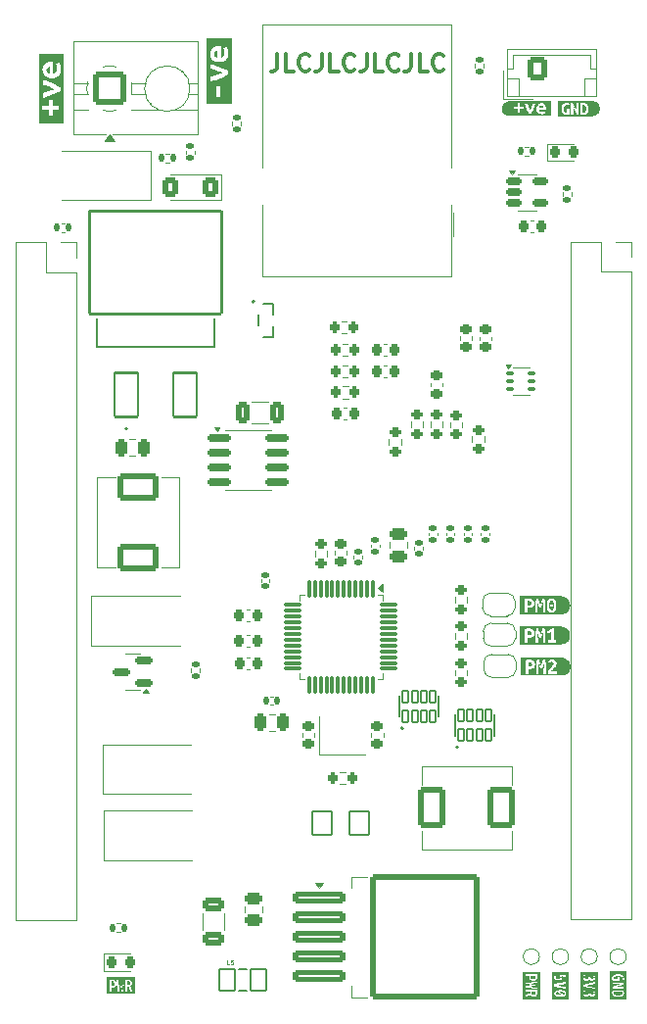
<source format=gbr>
%TF.GenerationSoftware,KiCad,Pcbnew,8.0.8*%
%TF.CreationDate,2025-05-06T17:48:01+03:00*%
%TF.ProjectId,s0-base-board,73302d62-6173-4652-9d62-6f6172642e6b,rev?*%
%TF.SameCoordinates,Original*%
%TF.FileFunction,Legend,Top*%
%TF.FilePolarity,Positive*%
%FSLAX46Y46*%
G04 Gerber Fmt 4.6, Leading zero omitted, Abs format (unit mm)*
G04 Created by KiCad (PCBNEW 8.0.8) date 2025-05-06 17:48:01*
%MOMM*%
%LPD*%
G01*
G04 APERTURE LIST*
G04 Aperture macros list*
%AMRoundRect*
0 Rectangle with rounded corners*
0 $1 Rounding radius*
0 $2 $3 $4 $5 $6 $7 $8 $9 X,Y pos of 4 corners*
0 Add a 4 corners polygon primitive as box body*
4,1,4,$2,$3,$4,$5,$6,$7,$8,$9,$2,$3,0*
0 Add four circle primitives for the rounded corners*
1,1,$1+$1,$2,$3*
1,1,$1+$1,$4,$5*
1,1,$1+$1,$6,$7*
1,1,$1+$1,$8,$9*
0 Add four rect primitives between the rounded corners*
20,1,$1+$1,$2,$3,$4,$5,0*
20,1,$1+$1,$4,$5,$6,$7,0*
20,1,$1+$1,$6,$7,$8,$9,0*
20,1,$1+$1,$8,$9,$2,$3,0*%
%AMOutline4P*
0 Free polygon, 4 corners , with rotation*
0 The origin of the aperture is its center*
0 number of corners: always 4*
0 $1 to $8 corner X, Y*
0 $9 Rotation angle, in degrees counterclockwise*
0 create outline with 4 corners*
4,1,4,$1,$2,$3,$4,$5,$6,$7,$8,$1,$2,$9*%
%AMFreePoly0*
4,1,19,0.500000,-0.750000,0.000000,-0.750000,0.000000,-0.744911,-0.071157,-0.744911,-0.207708,-0.704816,-0.327430,-0.627875,-0.420627,-0.520320,-0.479746,-0.390866,-0.500000,-0.250000,-0.500000,0.250000,-0.479746,0.390866,-0.420627,0.520320,-0.327430,0.627875,-0.207708,0.704816,-0.071157,0.744911,0.000000,0.744911,0.000000,0.750000,0.500000,0.750000,0.500000,-0.750000,0.500000,-0.750000,
$1*%
%AMFreePoly1*
4,1,19,0.000000,0.744911,0.071157,0.744911,0.207708,0.704816,0.327430,0.627875,0.420627,0.520320,0.479746,0.390866,0.500000,0.250000,0.500000,-0.250000,0.479746,-0.390866,0.420627,-0.520320,0.327430,-0.627875,0.207708,-0.704816,0.071157,-0.744911,0.000000,-0.744911,0.000000,-0.750000,-0.500000,-0.750000,-0.500000,0.750000,0.000000,0.750000,0.000000,0.744911,0.000000,0.744911,
$1*%
G04 Aperture macros list end*
%ADD10C,0.300000*%
%ADD11C,0.098425*%
%ADD12C,0.120000*%
%ADD13C,0.000000*%
%ADD14C,0.127000*%
%ADD15C,0.200000*%
%ADD16C,0.206153*%
%ADD17C,0.010000*%
%ADD18RoundRect,0.250000X-0.925000X-1.500000X0.925000X-1.500000X0.925000X1.500000X-0.925000X1.500000X0*%
%ADD19RoundRect,0.250000X-0.325000X-0.650000X0.325000X-0.650000X0.325000X0.650000X-0.325000X0.650000X0*%
%ADD20Outline4P,-1.800000X-1.150000X1.800000X-0.550000X1.800000X0.550000X-1.800000X1.150000X0.000000*%
%ADD21Outline4P,-1.800000X-1.150000X1.800000X-0.550000X1.800000X0.550000X-1.800000X1.150000X180.000000*%
%ADD22C,1.000000*%
%ADD23R,1.700000X1.700000*%
%ADD24O,1.700000X1.700000*%
%ADD25R,1.400000X1.200000*%
%ADD26RoundRect,0.250000X1.500000X-0.925000X1.500000X0.925000X-1.500000X0.925000X-1.500000X-0.925000X0*%
%ADD27RoundRect,0.075000X-0.075000X0.662500X-0.075000X-0.662500X0.075000X-0.662500X0.075000X0.662500X0*%
%ADD28RoundRect,0.075000X-0.662500X0.075000X-0.662500X-0.075000X0.662500X-0.075000X0.662500X0.075000X0*%
%ADD29RoundRect,0.200000X0.200000X0.275000X-0.200000X0.275000X-0.200000X-0.275000X0.200000X-0.275000X0*%
%ADD30RoundRect,0.250000X-0.600000X-0.750000X0.600000X-0.750000X0.600000X0.750000X-0.600000X0.750000X0*%
%ADD31O,1.700000X2.000000*%
%ADD32RoundRect,0.225000X0.250000X-0.225000X0.250000X0.225000X-0.250000X0.225000X-0.250000X-0.225000X0*%
%ADD33RoundRect,0.200000X-0.275000X0.200000X-0.275000X-0.200000X0.275000X-0.200000X0.275000X0.200000X0*%
%ADD34RoundRect,0.150000X-0.512500X-0.150000X0.512500X-0.150000X0.512500X0.150000X-0.512500X0.150000X0*%
%ADD35RoundRect,0.135000X-0.135000X-0.185000X0.135000X-0.185000X0.135000X0.185000X-0.135000X0.185000X0*%
%ADD36RoundRect,0.091750X0.275250X-0.495250X0.275250X0.495250X-0.275250X0.495250X-0.275250X-0.495250X0*%
%ADD37RoundRect,0.225000X0.225000X0.250000X-0.225000X0.250000X-0.225000X-0.250000X0.225000X-0.250000X0*%
%ADD38RoundRect,0.135000X-0.185000X0.135000X-0.185000X-0.135000X0.185000X-0.135000X0.185000X0.135000X0*%
%ADD39RoundRect,0.102000X1.040000X-1.905000X1.040000X1.905000X-1.040000X1.905000X-1.040000X-1.905000X0*%
%ADD40RoundRect,0.102000X5.715000X-4.445000X5.715000X4.445000X-5.715000X4.445000X-5.715000X-4.445000X0*%
%ADD41FreePoly0,180.000000*%
%ADD42FreePoly1,180.000000*%
%ADD43RoundRect,0.250000X-2.050000X-0.300000X2.050000X-0.300000X2.050000X0.300000X-2.050000X0.300000X0*%
%ADD44RoundRect,0.250002X-4.449998X-5.149998X4.449998X-5.149998X4.449998X5.149998X-4.449998X5.149998X0*%
%ADD45RoundRect,0.200000X0.275000X-0.200000X0.275000X0.200000X-0.275000X0.200000X-0.275000X-0.200000X0*%
%ADD46RoundRect,0.250000X0.250000X0.475000X-0.250000X0.475000X-0.250000X-0.475000X0.250000X-0.475000X0*%
%ADD47RoundRect,0.218750X-0.256250X0.218750X-0.256250X-0.218750X0.256250X-0.218750X0.256250X0.218750X0*%
%ADD48RoundRect,0.140000X0.170000X-0.140000X0.170000X0.140000X-0.170000X0.140000X-0.170000X-0.140000X0*%
%ADD49RoundRect,0.135000X0.135000X0.185000X-0.135000X0.185000X-0.135000X-0.185000X0.135000X-0.185000X0*%
%ADD50RoundRect,0.225000X-0.250000X0.225000X-0.250000X-0.225000X0.250000X-0.225000X0.250000X0.225000X0*%
%ADD51RoundRect,0.250000X-0.475000X0.250000X-0.475000X-0.250000X0.475000X-0.250000X0.475000X0.250000X0*%
%ADD52RoundRect,0.150000X0.587500X0.150000X-0.587500X0.150000X-0.587500X-0.150000X0.587500X-0.150000X0*%
%ADD53RoundRect,0.150000X-0.825000X-0.150000X0.825000X-0.150000X0.825000X0.150000X-0.825000X0.150000X0*%
%ADD54RoundRect,0.102000X-0.700000X-0.910000X0.700000X-0.910000X0.700000X0.910000X-0.700000X0.910000X0*%
%ADD55C,3.250000*%
%ADD56R,1.900000X1.900000*%
%ADD57C,1.900000*%
%ADD58C,2.100000*%
%ADD59C,2.600000*%
%ADD60RoundRect,0.102000X-0.825000X-1.015000X0.825000X-1.015000X0.825000X1.015000X-0.825000X1.015000X0*%
%ADD61RoundRect,0.250000X0.650000X-0.325000X0.650000X0.325000X-0.650000X0.325000X-0.650000X-0.325000X0*%
%ADD62RoundRect,0.140000X0.140000X0.170000X-0.140000X0.170000X-0.140000X-0.170000X0.140000X-0.170000X0*%
%ADD63RoundRect,0.135000X0.185000X-0.135000X0.185000X0.135000X-0.185000X0.135000X-0.185000X-0.135000X0*%
%ADD64RoundRect,0.250000X0.475000X-0.250000X0.475000X0.250000X-0.475000X0.250000X-0.475000X-0.250000X0*%
%ADD65RoundRect,0.100000X-0.225000X-0.100000X0.225000X-0.100000X0.225000X0.100000X-0.225000X0.100000X0*%
%ADD66RoundRect,0.250001X-1.149999X-1.149999X1.149999X-1.149999X1.149999X1.149999X-1.149999X1.149999X0*%
%ADD67C,2.800000*%
%ADD68RoundRect,0.218750X-0.218750X-0.256250X0.218750X-0.256250X0.218750X0.256250X-0.218750X0.256250X0*%
%ADD69RoundRect,0.225000X-0.225000X-0.250000X0.225000X-0.250000X0.225000X0.250000X-0.225000X0.250000X0*%
%ADD70RoundRect,0.250000X0.400000X0.600000X-0.400000X0.600000X-0.400000X-0.600000X0.400000X-0.600000X0*%
%ADD71RoundRect,0.200000X-0.200000X-0.275000X0.200000X-0.275000X0.200000X0.275000X-0.200000X0.275000X0*%
G04 APERTURE END LIST*
D10*
X181533082Y-44990828D02*
X181533082Y-46062257D01*
X181533082Y-46062257D02*
X181461653Y-46276542D01*
X181461653Y-46276542D02*
X181318796Y-46419400D01*
X181318796Y-46419400D02*
X181104510Y-46490828D01*
X181104510Y-46490828D02*
X180961653Y-46490828D01*
X182961653Y-46490828D02*
X182247367Y-46490828D01*
X182247367Y-46490828D02*
X182247367Y-44990828D01*
X184318796Y-46347971D02*
X184247368Y-46419400D01*
X184247368Y-46419400D02*
X184033082Y-46490828D01*
X184033082Y-46490828D02*
X183890225Y-46490828D01*
X183890225Y-46490828D02*
X183675939Y-46419400D01*
X183675939Y-46419400D02*
X183533082Y-46276542D01*
X183533082Y-46276542D02*
X183461653Y-46133685D01*
X183461653Y-46133685D02*
X183390225Y-45847971D01*
X183390225Y-45847971D02*
X183390225Y-45633685D01*
X183390225Y-45633685D02*
X183461653Y-45347971D01*
X183461653Y-45347971D02*
X183533082Y-45205114D01*
X183533082Y-45205114D02*
X183675939Y-45062257D01*
X183675939Y-45062257D02*
X183890225Y-44990828D01*
X183890225Y-44990828D02*
X184033082Y-44990828D01*
X184033082Y-44990828D02*
X184247368Y-45062257D01*
X184247368Y-45062257D02*
X184318796Y-45133685D01*
X185390225Y-44990828D02*
X185390225Y-46062257D01*
X185390225Y-46062257D02*
X185318796Y-46276542D01*
X185318796Y-46276542D02*
X185175939Y-46419400D01*
X185175939Y-46419400D02*
X184961653Y-46490828D01*
X184961653Y-46490828D02*
X184818796Y-46490828D01*
X186818796Y-46490828D02*
X186104510Y-46490828D01*
X186104510Y-46490828D02*
X186104510Y-44990828D01*
X188175939Y-46347971D02*
X188104511Y-46419400D01*
X188104511Y-46419400D02*
X187890225Y-46490828D01*
X187890225Y-46490828D02*
X187747368Y-46490828D01*
X187747368Y-46490828D02*
X187533082Y-46419400D01*
X187533082Y-46419400D02*
X187390225Y-46276542D01*
X187390225Y-46276542D02*
X187318796Y-46133685D01*
X187318796Y-46133685D02*
X187247368Y-45847971D01*
X187247368Y-45847971D02*
X187247368Y-45633685D01*
X187247368Y-45633685D02*
X187318796Y-45347971D01*
X187318796Y-45347971D02*
X187390225Y-45205114D01*
X187390225Y-45205114D02*
X187533082Y-45062257D01*
X187533082Y-45062257D02*
X187747368Y-44990828D01*
X187747368Y-44990828D02*
X187890225Y-44990828D01*
X187890225Y-44990828D02*
X188104511Y-45062257D01*
X188104511Y-45062257D02*
X188175939Y-45133685D01*
X189247368Y-44990828D02*
X189247368Y-46062257D01*
X189247368Y-46062257D02*
X189175939Y-46276542D01*
X189175939Y-46276542D02*
X189033082Y-46419400D01*
X189033082Y-46419400D02*
X188818796Y-46490828D01*
X188818796Y-46490828D02*
X188675939Y-46490828D01*
X190675939Y-46490828D02*
X189961653Y-46490828D01*
X189961653Y-46490828D02*
X189961653Y-44990828D01*
X192033082Y-46347971D02*
X191961654Y-46419400D01*
X191961654Y-46419400D02*
X191747368Y-46490828D01*
X191747368Y-46490828D02*
X191604511Y-46490828D01*
X191604511Y-46490828D02*
X191390225Y-46419400D01*
X191390225Y-46419400D02*
X191247368Y-46276542D01*
X191247368Y-46276542D02*
X191175939Y-46133685D01*
X191175939Y-46133685D02*
X191104511Y-45847971D01*
X191104511Y-45847971D02*
X191104511Y-45633685D01*
X191104511Y-45633685D02*
X191175939Y-45347971D01*
X191175939Y-45347971D02*
X191247368Y-45205114D01*
X191247368Y-45205114D02*
X191390225Y-45062257D01*
X191390225Y-45062257D02*
X191604511Y-44990828D01*
X191604511Y-44990828D02*
X191747368Y-44990828D01*
X191747368Y-44990828D02*
X191961654Y-45062257D01*
X191961654Y-45062257D02*
X192033082Y-45133685D01*
X193104511Y-44990828D02*
X193104511Y-46062257D01*
X193104511Y-46062257D02*
X193033082Y-46276542D01*
X193033082Y-46276542D02*
X192890225Y-46419400D01*
X192890225Y-46419400D02*
X192675939Y-46490828D01*
X192675939Y-46490828D02*
X192533082Y-46490828D01*
X194533082Y-46490828D02*
X193818796Y-46490828D01*
X193818796Y-46490828D02*
X193818796Y-44990828D01*
X195890225Y-46347971D02*
X195818797Y-46419400D01*
X195818797Y-46419400D02*
X195604511Y-46490828D01*
X195604511Y-46490828D02*
X195461654Y-46490828D01*
X195461654Y-46490828D02*
X195247368Y-46419400D01*
X195247368Y-46419400D02*
X195104511Y-46276542D01*
X195104511Y-46276542D02*
X195033082Y-46133685D01*
X195033082Y-46133685D02*
X194961654Y-45847971D01*
X194961654Y-45847971D02*
X194961654Y-45633685D01*
X194961654Y-45633685D02*
X195033082Y-45347971D01*
X195033082Y-45347971D02*
X195104511Y-45205114D01*
X195104511Y-45205114D02*
X195247368Y-45062257D01*
X195247368Y-45062257D02*
X195461654Y-44990828D01*
X195461654Y-44990828D02*
X195604511Y-44990828D01*
X195604511Y-44990828D02*
X195818797Y-45062257D01*
X195818797Y-45062257D02*
X195890225Y-45133685D01*
D11*
X177374384Y-123677014D02*
X177186907Y-123677014D01*
X177186907Y-123677014D02*
X177186907Y-123283313D01*
X177693094Y-123283313D02*
X177505617Y-123283313D01*
X177505617Y-123283313D02*
X177486869Y-123470790D01*
X177486869Y-123470790D02*
X177505617Y-123452042D01*
X177505617Y-123452042D02*
X177543112Y-123433295D01*
X177543112Y-123433295D02*
X177636851Y-123433295D01*
X177636851Y-123433295D02*
X177674346Y-123452042D01*
X177674346Y-123452042D02*
X177693094Y-123470790D01*
X177693094Y-123470790D02*
X177711841Y-123508285D01*
X177711841Y-123508285D02*
X177711841Y-123602024D01*
X177711841Y-123602024D02*
X177693094Y-123639519D01*
X177693094Y-123639519D02*
X177674346Y-123658267D01*
X177674346Y-123658267D02*
X177636851Y-123677014D01*
X177636851Y-123677014D02*
X177543112Y-123677014D01*
X177543112Y-123677014D02*
X177505617Y-123658267D01*
X177505617Y-123658267D02*
X177486869Y-123639519D01*
D12*
%TO.C,L2*%
X193990000Y-106590000D02*
X193990000Y-108140000D01*
X193990000Y-106590000D02*
X201810000Y-106590000D01*
X193990000Y-113710000D02*
X193990000Y-112160000D01*
X193990000Y-113710000D02*
X201810000Y-113710000D01*
X201810000Y-106590000D02*
X201810000Y-108140000D01*
X201810000Y-113710000D02*
X201810000Y-112160000D01*
D13*
%TO.C,kibuzzard-67D30CF0*%
G36*
X203376204Y-94861551D02*
G01*
X203442843Y-94894265D01*
X203485735Y-94953150D01*
X203500032Y-95042569D01*
X203485493Y-95136834D01*
X203441874Y-95198627D01*
X203369661Y-95232795D01*
X203269338Y-95244184D01*
X203172407Y-95244184D01*
X203172407Y-94856462D01*
X203231535Y-94851616D01*
X203290662Y-94850646D01*
X203376204Y-94861551D01*
G37*
G36*
X206211478Y-94496427D02*
G01*
X206355613Y-94540150D01*
X206488448Y-94611152D01*
X206604879Y-94706704D01*
X206700431Y-94823135D01*
X206771433Y-94955971D01*
X206815156Y-95100105D01*
X206829919Y-95250000D01*
X206815156Y-95399895D01*
X206771433Y-95544029D01*
X206700431Y-95676865D01*
X206604879Y-95793296D01*
X206488448Y-95888848D01*
X206355613Y-95959850D01*
X206211478Y-96003573D01*
X206061583Y-96018336D01*
X205657706Y-96018336D01*
X204723296Y-96018336D01*
X203172407Y-96018336D01*
X202933958Y-96018336D01*
X202530081Y-96018336D01*
X202530081Y-94672294D01*
X202933958Y-94672294D01*
X202933958Y-95856785D01*
X203172407Y-95856785D01*
X203843166Y-95856785D01*
X204062229Y-95856785D01*
X204052536Y-94924313D01*
X204194055Y-95432229D01*
X204368530Y-95432229D01*
X204515864Y-94924313D01*
X204504233Y-95856785D01*
X204723296Y-95856785D01*
X204718934Y-95703393D01*
X204713603Y-95553393D01*
X204707060Y-95405574D01*
X204699063Y-95258724D01*
X204689370Y-95111632D01*
X204677738Y-94963086D01*
X204672963Y-94906866D01*
X204860937Y-94906866D01*
X204938481Y-95104604D01*
X205056737Y-95057108D01*
X205180808Y-94988288D01*
X205180808Y-95659047D01*
X204928788Y-95659047D01*
X204928788Y-95856785D01*
X205657706Y-95856785D01*
X205657706Y-95659047D01*
X205419257Y-95659047D01*
X205419257Y-94656785D01*
X205256414Y-94656785D01*
X205173053Y-94732391D01*
X205070307Y-94802181D01*
X204961745Y-94862278D01*
X204860937Y-94906866D01*
X204672963Y-94906866D01*
X204664895Y-94811874D01*
X204651567Y-94656785D01*
X204453829Y-94656785D01*
X204418934Y-94759532D01*
X204376284Y-94892326D01*
X204327819Y-95039661D01*
X204279354Y-95187964D01*
X204234766Y-95048384D01*
X204188239Y-94899111D01*
X204144620Y-94761470D01*
X204110695Y-94656785D01*
X203912956Y-94656785D01*
X203900113Y-94788126D01*
X203888724Y-94930129D01*
X203878788Y-95079887D01*
X203870307Y-95234491D01*
X203862795Y-95392003D01*
X203855767Y-95550485D01*
X203849225Y-95706543D01*
X203843166Y-95856785D01*
X203172407Y-95856785D01*
X203172407Y-95451616D01*
X203257706Y-95451616D01*
X203401055Y-95440953D01*
X203520926Y-95408966D01*
X203617318Y-95355654D01*
X203687862Y-95278433D01*
X203730188Y-95174717D01*
X203744297Y-95044507D01*
X203730296Y-94915590D01*
X203688293Y-94813166D01*
X203618288Y-94737237D01*
X203522865Y-94685003D01*
X203404610Y-94653662D01*
X203263522Y-94643215D01*
X203187916Y-94645153D01*
X203100679Y-94650000D01*
X203012472Y-94658724D01*
X202933958Y-94672294D01*
X202530081Y-94672294D01*
X202530081Y-94481664D01*
X202933958Y-94481664D01*
X205657706Y-94481664D01*
X206061583Y-94481664D01*
X206211478Y-94496427D01*
G37*
D12*
%TO.C,C6*%
X179288748Y-75090000D02*
X180711252Y-75090000D01*
X179288748Y-76910000D02*
X180711252Y-76910000D01*
%TO.C,D2*%
X165440000Y-91850000D02*
X165440000Y-96150000D01*
X165440000Y-91850000D02*
X173100000Y-91850000D01*
X165440000Y-96150000D02*
X173100000Y-96150000D01*
%TO.C,TP1*%
X209200000Y-123000000D02*
G75*
G02*
X207800000Y-123000000I-700000J0D01*
G01*
X207800000Y-123000000D02*
G75*
G02*
X209200000Y-123000000I700000J0D01*
G01*
%TO.C,J5*%
X206930000Y-61230000D02*
X206930000Y-119770000D01*
X206930000Y-61230000D02*
X209530000Y-61230000D01*
X206930000Y-119770000D02*
X212130000Y-119770000D01*
X209530000Y-61230000D02*
X209530000Y-63830000D01*
X209530000Y-63830000D02*
X212130000Y-63830000D01*
X210800000Y-61230000D02*
X212130000Y-61230000D01*
X212130000Y-61230000D02*
X212130000Y-62560000D01*
X212130000Y-63830000D02*
X212130000Y-119770000D01*
%TO.C,Y1*%
X185150000Y-102200000D02*
X185150000Y-105500000D01*
X185150000Y-105500000D02*
X189150000Y-105500000D01*
%TO.C,L1*%
X165940000Y-81565000D02*
X167490000Y-81565000D01*
X165940000Y-89385000D02*
X165940000Y-81565000D01*
X165940000Y-89385000D02*
X167490000Y-89385000D01*
X173060000Y-81565000D02*
X171510000Y-81565000D01*
X173060000Y-89385000D02*
X171510000Y-89385000D01*
X173060000Y-89385000D02*
X173060000Y-81565000D01*
%TO.C,U4*%
X183415000Y-91765000D02*
X183865000Y-91765000D01*
X183415000Y-92215000D02*
X183415000Y-91765000D01*
X183415000Y-98535000D02*
X183415000Y-98985000D01*
X183415000Y-98985000D02*
X183865000Y-98985000D01*
X190635000Y-91765000D02*
X190185000Y-91765000D01*
X190635000Y-92215000D02*
X190635000Y-91765000D01*
X190635000Y-98535000D02*
X190635000Y-98985000D01*
X190635000Y-98985000D02*
X190185000Y-98985000D01*
X190655000Y-91515000D02*
X190185000Y-91175000D01*
X190655000Y-90835000D01*
X190655000Y-91515000D01*
G36*
X190655000Y-91515000D02*
G01*
X190185000Y-91175000D01*
X190655000Y-90835000D01*
X190655000Y-91515000D01*
G37*
%TO.C,R12*%
X187612258Y-71927500D02*
X187137742Y-71927500D01*
X187612258Y-72972500D02*
X187137742Y-72972500D01*
%TO.C,R15*%
X187612258Y-70027500D02*
X187137742Y-70027500D01*
X187612258Y-71072500D02*
X187137742Y-71072500D01*
%TO.C,J3*%
X201090000Y-46410000D02*
X201090000Y-48910000D01*
X201090000Y-48910000D02*
X203590000Y-48910000D01*
X201390000Y-44590000D02*
X201390000Y-48610000D01*
X201390000Y-46300000D02*
X201890000Y-46300000D01*
X201390000Y-47110000D02*
X202390000Y-47110000D01*
X201390000Y-48610000D02*
X209110000Y-48610000D01*
X201890000Y-45090000D02*
X208610000Y-45090000D01*
X201890000Y-46300000D02*
X201890000Y-45090000D01*
X202390000Y-47110000D02*
X202390000Y-48610000D01*
X208110000Y-47110000D02*
X208110000Y-48610000D01*
X208610000Y-45090000D02*
X208610000Y-46300000D01*
X208610000Y-46300000D02*
X209110000Y-46300000D01*
X209110000Y-44590000D02*
X201390000Y-44590000D01*
X209110000Y-47110000D02*
X208110000Y-47110000D01*
X209110000Y-48610000D02*
X209110000Y-44590000D01*
%TO.C,C11*%
X189665000Y-103990580D02*
X189665000Y-103709420D01*
X190685000Y-103990580D02*
X190685000Y-103709420D01*
%TO.C,R9*%
X184802500Y-87937742D02*
X184802500Y-88412258D01*
X185847500Y-87937742D02*
X185847500Y-88412258D01*
%TO.C,U1*%
X203137500Y-55390000D02*
X202337500Y-55390000D01*
X203137500Y-55390000D02*
X203937500Y-55390000D01*
X203137500Y-58510000D02*
X202337500Y-58510000D01*
X203137500Y-58510000D02*
X203937500Y-58510000D01*
X201837500Y-55440000D02*
X201597500Y-55110000D01*
X202077500Y-55110000D01*
X201837500Y-55440000D01*
G36*
X201837500Y-55440000D02*
G01*
X201597500Y-55110000D01*
X202077500Y-55110000D01*
X201837500Y-55440000D01*
G37*
D13*
%TO.C,kibuzzard-67D30BB5*%
G36*
X176356220Y-45307754D02*
G01*
X176236672Y-45280291D01*
X176133279Y-45222132D01*
X176062197Y-45128433D01*
X176036349Y-44994346D01*
X176063813Y-44858643D01*
X176136511Y-44768174D01*
X176238288Y-44716478D01*
X176356220Y-44700323D01*
X176356220Y-45307754D01*
G37*
G36*
X177565697Y-46806947D02*
G01*
X177565697Y-47798869D01*
X177565697Y-48684168D01*
X177565697Y-49357297D01*
X175434303Y-49357297D01*
X175434303Y-48684168D01*
X175434303Y-47798869D01*
X176236672Y-47798869D01*
X176236672Y-48684168D01*
X176627625Y-48684168D01*
X176627625Y-47798869D01*
X176236672Y-47798869D01*
X175434303Y-47798869D01*
X175434303Y-45863489D01*
X175742326Y-45863489D01*
X175742326Y-46267367D01*
X175869144Y-46300889D01*
X176004039Y-46343296D01*
X176143376Y-46390953D01*
X176283522Y-46440226D01*
X176422052Y-46490711D01*
X176556543Y-46542003D01*
X176798869Y-46635703D01*
X176556543Y-46724556D01*
X176422052Y-46771002D01*
X176283522Y-46816640D01*
X176143376Y-46860662D01*
X176004039Y-46902262D01*
X175869144Y-46939822D01*
X175742326Y-46971729D01*
X175742326Y-47388530D01*
X175967185Y-47319770D01*
X176182956Y-47249192D01*
X176389641Y-47176797D01*
X176587237Y-47102585D01*
X176833692Y-47002962D01*
X177058248Y-46904416D01*
X177260905Y-46806947D01*
X177260905Y-46474152D01*
X177058248Y-46375067D01*
X176833692Y-46271675D01*
X176587237Y-46163974D01*
X176389641Y-46083401D01*
X176182956Y-46006462D01*
X175967185Y-45933158D01*
X175742326Y-45863489D01*
X175434303Y-45863489D01*
X175434303Y-45000808D01*
X175703554Y-45000808D01*
X175716478Y-45134895D01*
X175755250Y-45265751D01*
X175819467Y-45387722D01*
X175908724Y-45495153D01*
X176023021Y-45585622D01*
X176162359Y-45656704D01*
X176326333Y-45702746D01*
X176514540Y-45718094D01*
X176696284Y-45703554D01*
X176853796Y-45659935D01*
X176987480Y-45589257D01*
X177097738Y-45493538D01*
X177184168Y-45373990D01*
X177246365Y-45231826D01*
X177283926Y-45068255D01*
X177296446Y-44884491D01*
X177272213Y-44622779D01*
X177212439Y-44403069D01*
X176873183Y-44457997D01*
X176924879Y-44640549D01*
X176950727Y-44868336D01*
X176929321Y-45044426D01*
X176865105Y-45184976D01*
X176763732Y-45277060D01*
X176630856Y-45307754D01*
X176630856Y-44322294D01*
X176563005Y-44317447D01*
X176482229Y-44315832D01*
X176248340Y-44335218D01*
X176055017Y-44393376D01*
X175902262Y-44490307D01*
X175791869Y-44624574D01*
X175725633Y-44794741D01*
X175703554Y-45000808D01*
X175434303Y-45000808D01*
X175434303Y-44315832D01*
X175434303Y-43642703D01*
X177565697Y-43642703D01*
X177565697Y-44315832D01*
X177565697Y-44884491D01*
X177565697Y-46806947D01*
G37*
D12*
%TO.C,R2*%
X171846359Y-53620000D02*
X172153641Y-53620000D01*
X171846359Y-54380000D02*
X172153641Y-54380000D01*
D14*
%TO.C,RN1*%
X192100000Y-102275000D02*
X192100000Y-100475000D01*
X195500000Y-100475000D02*
X195500000Y-102275000D01*
D15*
X192400000Y-103275000D02*
G75*
G02*
X192200000Y-103275000I-100000J0D01*
G01*
X192200000Y-103275000D02*
G75*
G02*
X192400000Y-103275000I100000J0D01*
G01*
D12*
%TO.C,C15*%
X179165580Y-97165000D02*
X178884420Y-97165000D01*
X179165580Y-98185000D02*
X178884420Y-98185000D01*
%TO.C,C1*%
X203715580Y-59390000D02*
X203434420Y-59390000D01*
X203715580Y-60410000D02*
X203434420Y-60410000D01*
D13*
%TO.C,kibuzzard-67ED74E9*%
G36*
X167337500Y-125125000D02*
G01*
X167389041Y-125163014D01*
X167419349Y-125229452D01*
X167429452Y-125327397D01*
X167419349Y-125432705D01*
X167389041Y-125502055D01*
X167337500Y-125540582D01*
X167263699Y-125553425D01*
X167184247Y-125543836D01*
X167184247Y-125123288D01*
X167263699Y-125112329D01*
X167337500Y-125125000D01*
G37*
G36*
X168699658Y-125123116D02*
G01*
X168751370Y-125155479D01*
X168782192Y-125211130D01*
X168792466Y-125291781D01*
X168781507Y-125376027D01*
X168748630Y-125431507D01*
X168689726Y-125462329D01*
X168600685Y-125472603D01*
X168547260Y-125472603D01*
X168547260Y-125123288D01*
X168626712Y-125112329D01*
X168699658Y-125123116D01*
G37*
G36*
X169197489Y-126235160D02*
G01*
X168969178Y-126235160D01*
X168213014Y-126235160D01*
X167184247Y-126235160D01*
X167030822Y-126235160D01*
X166802511Y-126235160D01*
X166802511Y-125020548D01*
X167030822Y-125020548D01*
X167030822Y-126006849D01*
X167184247Y-126006849D01*
X167184247Y-125664384D01*
X167263699Y-125671233D01*
X167361339Y-125662100D01*
X167440563Y-125634703D01*
X167501370Y-125589041D01*
X167544368Y-125523440D01*
X167570167Y-125436225D01*
X167578767Y-125327397D01*
X167570396Y-125220472D01*
X167545282Y-125135312D01*
X167503425Y-125071918D01*
X167443303Y-125028158D01*
X167378448Y-125006849D01*
X167644521Y-125006849D01*
X167733562Y-126006849D01*
X167881507Y-126006849D01*
X167962329Y-125335616D01*
X167966438Y-125335616D01*
X168034932Y-126006849D01*
X168213014Y-126006849D01*
X168300835Y-125020548D01*
X168393836Y-125020548D01*
X168393836Y-126006849D01*
X168547260Y-126006849D01*
X168547260Y-125591781D01*
X168600685Y-125591781D01*
X168683562Y-125618493D01*
X168709760Y-125657021D01*
X168732192Y-125719178D01*
X168811644Y-126006849D01*
X168969178Y-126006849D01*
X168884247Y-125727397D01*
X168840411Y-125619863D01*
X168788356Y-125552055D01*
X168788356Y-125549315D01*
X168855479Y-125510103D01*
X168903425Y-125454110D01*
X168932192Y-125381336D01*
X168941781Y-125291781D01*
X168933333Y-125197793D01*
X168907991Y-125122222D01*
X168865753Y-125065068D01*
X168805403Y-125025114D01*
X168725723Y-125001142D01*
X168626712Y-124993151D01*
X168547869Y-124996195D01*
X168470244Y-125005327D01*
X168393836Y-125020548D01*
X168300835Y-125020548D01*
X168302055Y-125006849D01*
X168165068Y-125006849D01*
X168114384Y-125863014D01*
X168111644Y-125863014D01*
X168039041Y-125171233D01*
X167917123Y-125171233D01*
X167841781Y-125767123D01*
X167839041Y-125767123D01*
X167791096Y-125006849D01*
X167644521Y-125006849D01*
X167378448Y-125006849D01*
X167363394Y-125001903D01*
X167263699Y-124993151D01*
X167184855Y-124996195D01*
X167107230Y-125005327D01*
X167030822Y-125020548D01*
X166802511Y-125020548D01*
X166802511Y-124764840D01*
X167030822Y-124764840D01*
X168969178Y-124764840D01*
X169197489Y-124764840D01*
X169197489Y-126235160D01*
G37*
D12*
%TO.C,R21*%
X198620000Y-45846359D02*
X198620000Y-46153641D01*
X199380000Y-45846359D02*
X199380000Y-46153641D01*
D14*
%TO.C,Q3*%
X165920000Y-70295000D02*
X165920000Y-67820000D01*
X176080000Y-67820000D02*
X176080000Y-70295000D01*
X176080000Y-70295000D02*
X165920000Y-70295000D01*
D15*
X168560000Y-77390000D02*
G75*
G02*
X168360000Y-77390000I-100000J0D01*
G01*
X168360000Y-77390000D02*
G75*
G02*
X168560000Y-77390000I100000J0D01*
G01*
D12*
%TO.C,JP3*%
X199375000Y-98175000D02*
X199375000Y-97575000D01*
X200075000Y-96875000D02*
X201475000Y-96875000D01*
X201475000Y-98875000D02*
X200075000Y-98875000D01*
X202175000Y-97575000D02*
X202175000Y-98175000D01*
X199375000Y-97575000D02*
G75*
G02*
X200075000Y-96875000I700000J0D01*
G01*
X200075000Y-98875000D02*
G75*
G02*
X199375000Y-98175000I0J700000D01*
G01*
X201475000Y-96875000D02*
G75*
G02*
X202175000Y-97575000I1J-699999D01*
G01*
X202175000Y-98175000D02*
G75*
G02*
X201475000Y-98875000I-699999J-1D01*
G01*
%TO.C,U3*%
X187925000Y-116100000D02*
X187925000Y-117050000D01*
X187925000Y-126500000D02*
X187925000Y-125550000D01*
X189290000Y-116100000D02*
X187925000Y-116100000D01*
X189290000Y-126500000D02*
X187925000Y-126500000D01*
X185100000Y-117090000D02*
X184760000Y-116620000D01*
X185440000Y-116620000D01*
X185100000Y-117090000D01*
G36*
X185100000Y-117090000D02*
G01*
X184760000Y-116620000D01*
X185440000Y-116620000D01*
X185100000Y-117090000D01*
G37*
%TO.C,R6*%
X196902500Y-95512258D02*
X196902500Y-95037742D01*
X197947500Y-95512258D02*
X197947500Y-95037742D01*
%TO.C,R14*%
X191177500Y-78287742D02*
X191177500Y-78762258D01*
X192222500Y-78287742D02*
X192222500Y-78762258D01*
%TO.C,R3*%
X173620000Y-53346359D02*
X173620000Y-53653641D01*
X174380000Y-53346359D02*
X174380000Y-53653641D01*
%TO.C,C12*%
X181311252Y-102040000D02*
X180788748Y-102040000D01*
X181311252Y-103510000D02*
X180788748Y-103510000D01*
%TO.C,R18*%
X194777500Y-77262258D02*
X194777500Y-76787742D01*
X195822500Y-77262258D02*
X195822500Y-76787742D01*
%TO.C,L3*%
X186490000Y-87937221D02*
X186490000Y-88262779D01*
X187510000Y-87937221D02*
X187510000Y-88262779D01*
%TO.C,R10*%
X187637258Y-73727500D02*
X187162742Y-73727500D01*
X187637258Y-74772500D02*
X187162742Y-74772500D01*
%TO.C,TP4*%
X204200000Y-123000000D02*
G75*
G02*
X202800000Y-123000000I-700000J0D01*
G01*
X202800000Y-123000000D02*
G75*
G02*
X204200000Y-123000000I700000J0D01*
G01*
%TO.C,C10*%
X180140000Y-90607836D02*
X180140000Y-90392164D01*
X180860000Y-90607836D02*
X180860000Y-90392164D01*
%TO.C,R22*%
X162836359Y-59620000D02*
X163143641Y-59620000D01*
X162836359Y-60380000D02*
X163143641Y-60380000D01*
%TO.C,R4*%
X203228641Y-53020000D02*
X202921359Y-53020000D01*
X203228641Y-53780000D02*
X202921359Y-53780000D01*
%TO.C,R17*%
X196477500Y-77287258D02*
X196477500Y-76812742D01*
X197522500Y-77287258D02*
X197522500Y-76812742D01*
%TO.C,C20*%
X194790000Y-73434420D02*
X194790000Y-73715580D01*
X195810000Y-73434420D02*
X195810000Y-73715580D01*
%TO.C,C3*%
X197290000Y-69690580D02*
X197290000Y-69409420D01*
X198310000Y-69690580D02*
X198310000Y-69409420D01*
%TO.C,C25*%
X197640000Y-86607836D02*
X197640000Y-86392164D01*
X198360000Y-86607836D02*
X198360000Y-86392164D01*
D13*
%TO.C,kibuzzard-67D30CFC*%
G36*
X203439903Y-97558336D02*
G01*
X203506543Y-97591050D01*
X203549435Y-97649935D01*
X203563732Y-97739354D01*
X203549192Y-97833619D01*
X203505574Y-97895412D01*
X203433360Y-97929580D01*
X203333037Y-97940969D01*
X203236107Y-97940969D01*
X203236107Y-97553247D01*
X203295234Y-97548401D01*
X203354362Y-97547431D01*
X203439903Y-97558336D01*
G37*
G36*
X206282317Y-97179773D02*
G01*
X206427725Y-97223881D01*
X206561733Y-97295510D01*
X206679192Y-97391907D01*
X206775588Y-97509366D01*
X206847217Y-97643374D01*
X206891326Y-97788781D01*
X206906220Y-97940000D01*
X206891326Y-98091219D01*
X206847217Y-98236626D01*
X206775588Y-98370634D01*
X206679192Y-98488093D01*
X206561733Y-98584490D01*
X206427725Y-98656119D01*
X206282317Y-98700227D01*
X206131099Y-98715121D01*
X205727221Y-98715121D01*
X204786995Y-98715121D01*
X203236107Y-98715121D01*
X202997658Y-98715121D01*
X202593780Y-98715121D01*
X202593780Y-97369079D01*
X202997658Y-97369079D01*
X202997658Y-98553570D01*
X203236107Y-98553570D01*
X203906866Y-98553570D01*
X204125929Y-98553570D01*
X204116236Y-97621099D01*
X204257754Y-98129015D01*
X204432229Y-98129015D01*
X204579564Y-97621099D01*
X204567932Y-98553570D01*
X204786995Y-98553570D01*
X204782633Y-98400178D01*
X204777302Y-98250178D01*
X204770759Y-98102359D01*
X204762763Y-97955509D01*
X204753069Y-97808417D01*
X204741438Y-97659871D01*
X204728595Y-97508659D01*
X204726596Y-97485396D01*
X204914943Y-97485396D01*
X205033199Y-97652116D01*
X205155331Y-97561002D01*
X205273586Y-97533861D01*
X205386026Y-97573603D01*
X205430614Y-97687011D01*
X205394750Y-97789758D01*
X205303635Y-97894443D01*
X205246446Y-97949935D01*
X205185380Y-98007851D01*
X205124313Y-98069402D01*
X205067124Y-98135800D01*
X205016721Y-98207771D01*
X204976010Y-98286042D01*
X204949111Y-98371341D01*
X204940145Y-98464394D01*
X204939176Y-98505105D01*
X204944023Y-98553570D01*
X205727221Y-98553570D01*
X205727221Y-98355832D01*
X205211551Y-98355832D01*
X205231906Y-98291858D01*
X205281341Y-98223037D01*
X205343376Y-98157124D01*
X205401535Y-98101874D01*
X205500404Y-98004943D01*
X205587641Y-97900258D01*
X205649677Y-97788788D01*
X205672940Y-97669564D01*
X205641922Y-97519321D01*
X205558562Y-97411729D01*
X205438368Y-97347754D01*
X205296850Y-97326430D01*
X205195800Y-97336123D01*
X205094265Y-97365202D01*
X204998546Y-97414637D01*
X204914943Y-97485396D01*
X204726596Y-97485396D01*
X204715267Y-97353570D01*
X204517528Y-97353570D01*
X204482633Y-97456317D01*
X204439984Y-97589111D01*
X204391519Y-97736446D01*
X204343053Y-97884750D01*
X204298465Y-97745170D01*
X204251939Y-97595897D01*
X204208320Y-97458255D01*
X204174394Y-97353570D01*
X203976656Y-97353570D01*
X203963813Y-97484911D01*
X203952423Y-97626914D01*
X203942488Y-97776672D01*
X203934006Y-97931276D01*
X203926494Y-98088788D01*
X203919467Y-98247270D01*
X203912924Y-98403328D01*
X203906866Y-98553570D01*
X203236107Y-98553570D01*
X203236107Y-98148401D01*
X203321405Y-98148401D01*
X203464755Y-98137738D01*
X203584626Y-98105751D01*
X203681018Y-98052439D01*
X203751562Y-97975218D01*
X203793888Y-97871502D01*
X203807997Y-97741292D01*
X203793996Y-97612375D01*
X203751992Y-97509952D01*
X203681987Y-97434023D01*
X203586564Y-97381788D01*
X203468309Y-97350447D01*
X203327221Y-97340000D01*
X203251616Y-97341939D01*
X203164378Y-97346785D01*
X203076171Y-97355509D01*
X202997658Y-97369079D01*
X202593780Y-97369079D01*
X202593780Y-97164879D01*
X202997658Y-97164879D01*
X205727221Y-97164879D01*
X206131099Y-97164879D01*
X206282317Y-97179773D01*
G37*
%TO.C,kibuzzard-67D30BA5*%
G36*
X161864297Y-46689822D02*
G01*
X161744750Y-46662359D01*
X161641357Y-46604200D01*
X161570275Y-46510501D01*
X161544426Y-46376414D01*
X161571890Y-46240711D01*
X161644588Y-46150242D01*
X161746365Y-46098546D01*
X161864297Y-46082391D01*
X161864297Y-46689822D01*
G37*
G36*
X163073775Y-48189015D02*
G01*
X163073775Y-49452342D01*
X163073775Y-50302100D01*
X163073775Y-50975229D01*
X160926225Y-50975229D01*
X160926225Y-50302100D01*
X160926225Y-49452342D01*
X161195477Y-49452342D01*
X161195477Y-49794830D01*
X161757674Y-49794830D01*
X161757674Y-50302100D01*
X162084006Y-50302100D01*
X162084006Y-49794830D01*
X162646204Y-49794830D01*
X162646204Y-49452342D01*
X162084006Y-49452342D01*
X162084006Y-48945073D01*
X161757674Y-48945073D01*
X161757674Y-49452342D01*
X161195477Y-49452342D01*
X160926225Y-49452342D01*
X160926225Y-47245557D01*
X161250404Y-47245557D01*
X161250404Y-47649435D01*
X161377221Y-47682956D01*
X161512116Y-47725363D01*
X161651454Y-47773021D01*
X161791599Y-47822294D01*
X161930129Y-47872779D01*
X162064620Y-47924071D01*
X162306947Y-48017771D01*
X162064620Y-48106624D01*
X161930129Y-48153069D01*
X161791599Y-48198708D01*
X161651454Y-48242730D01*
X161512116Y-48284330D01*
X161377221Y-48321890D01*
X161250404Y-48353796D01*
X161250404Y-48770598D01*
X161475263Y-48701838D01*
X161691034Y-48631260D01*
X161897718Y-48558865D01*
X162095315Y-48484653D01*
X162341770Y-48385030D01*
X162566326Y-48286484D01*
X162768982Y-48189015D01*
X162768982Y-47856220D01*
X162566326Y-47757135D01*
X162341770Y-47653743D01*
X162095315Y-47546042D01*
X161897718Y-47465468D01*
X161691034Y-47388530D01*
X161475263Y-47315226D01*
X161250404Y-47245557D01*
X160926225Y-47245557D01*
X160926225Y-46382876D01*
X161211632Y-46382876D01*
X161224556Y-46516963D01*
X161263328Y-46647819D01*
X161327544Y-46769790D01*
X161416801Y-46877221D01*
X161531099Y-46967690D01*
X161670436Y-47038772D01*
X161834410Y-47084814D01*
X162022617Y-47100162D01*
X162204362Y-47085622D01*
X162361874Y-47042003D01*
X162495557Y-46971325D01*
X162605816Y-46875606D01*
X162692246Y-46756058D01*
X162754443Y-46613893D01*
X162792003Y-46450323D01*
X162804523Y-46266559D01*
X162780291Y-46004847D01*
X162720517Y-45785137D01*
X162381260Y-45840065D01*
X162432956Y-46022617D01*
X162458805Y-46250404D01*
X162437399Y-46426494D01*
X162373183Y-46567044D01*
X162271809Y-46659128D01*
X162138934Y-46689822D01*
X162138934Y-45704362D01*
X162071082Y-45699515D01*
X161990307Y-45697900D01*
X161756417Y-45717286D01*
X161563095Y-45775444D01*
X161410339Y-45872375D01*
X161299946Y-46006642D01*
X161233710Y-46176808D01*
X161211632Y-46382876D01*
X160926225Y-46382876D01*
X160926225Y-45697900D01*
X160926225Y-45024771D01*
X163073775Y-45024771D01*
X163073775Y-45697900D01*
X163073775Y-46266559D01*
X163073775Y-48189015D01*
G37*
D12*
%TO.C,TP3*%
X211700000Y-123000000D02*
G75*
G02*
X210300000Y-123000000I-700000J0D01*
G01*
X210300000Y-123000000D02*
G75*
G02*
X211700000Y-123000000I700000J0D01*
G01*
%TO.C,J6*%
X158930000Y-61280000D02*
X158930000Y-119820000D01*
X158930000Y-61280000D02*
X161530000Y-61280000D01*
X158930000Y-119820000D02*
X164130000Y-119820000D01*
X161530000Y-61280000D02*
X161530000Y-63880000D01*
X161530000Y-63880000D02*
X164130000Y-63880000D01*
X162800000Y-61280000D02*
X164130000Y-61280000D01*
X164130000Y-61280000D02*
X164130000Y-62610000D01*
X164130000Y-63880000D02*
X164130000Y-119820000D01*
D13*
%TO.C,kibuzzard-67D30C33*%
G36*
X208118002Y-49420630D02*
G01*
X208184238Y-49495751D01*
X208218164Y-49603990D01*
X208227857Y-49730000D01*
X208224828Y-49801284D01*
X208215740Y-49866511D01*
X208175353Y-49973942D01*
X208101039Y-50045024D01*
X207987146Y-50070872D01*
X207969375Y-50070872D01*
X207951605Y-50069257D01*
X207951605Y-49397205D01*
X207980684Y-49393166D01*
X208009763Y-49392359D01*
X208118002Y-49420630D01*
G37*
G36*
X208894424Y-49086178D02*
G01*
X209017567Y-49123533D01*
X209131056Y-49184194D01*
X209230529Y-49265830D01*
X209312166Y-49365304D01*
X209372827Y-49478793D01*
X209410182Y-49601936D01*
X209422795Y-49730000D01*
X209410182Y-49858064D01*
X209372827Y-49981207D01*
X209312166Y-50094696D01*
X209230529Y-50194170D01*
X209131056Y-50275806D01*
X209017567Y-50336467D01*
X208894424Y-50373822D01*
X208766360Y-50386435D01*
X208429795Y-50386435D01*
X207966144Y-50386435D01*
X207431411Y-50386435D01*
X206502493Y-50386435D01*
X206093770Y-50386435D01*
X205757205Y-50386435D01*
X205757205Y-49730000D01*
X206093770Y-49730000D01*
X206101039Y-49851365D01*
X206122849Y-49956979D01*
X206157986Y-50046640D01*
X206205240Y-50120145D01*
X206264004Y-50177496D01*
X206333673Y-50218691D01*
X206413438Y-50243530D01*
X206502493Y-50251809D01*
X206601241Y-50247771D01*
X206684238Y-50235654D01*
X206702680Y-50230808D01*
X206932219Y-50230808D01*
X207111540Y-50230808D01*
X207111540Y-49566834D01*
X207171583Y-49677675D01*
X207228934Y-49788338D01*
X207283592Y-49898821D01*
X207335557Y-50009304D01*
X207384830Y-50119966D01*
X207431411Y-50230808D01*
X207591346Y-50230808D01*
X207591346Y-49243732D01*
X207752897Y-49243732D01*
X207752897Y-50219499D01*
X207861944Y-50238078D01*
X207966144Y-50243732D01*
X208063681Y-50236664D01*
X208152736Y-50215460D01*
X208231694Y-50178910D01*
X208298939Y-50125800D01*
X208353665Y-50055323D01*
X208395062Y-49966672D01*
X208421112Y-49858635D01*
X208429795Y-49730000D01*
X208421920Y-49604192D01*
X208398293Y-49498174D01*
X208360530Y-49410533D01*
X208310248Y-49339855D01*
X208247445Y-49285937D01*
X208172122Y-49248578D01*
X208086298Y-49226769D01*
X207991992Y-49219499D01*
X207880522Y-49224346D01*
X207752897Y-49243732D01*
X207591346Y-49243732D01*
X207591346Y-49230808D01*
X207412025Y-49230808D01*
X207412025Y-49846317D01*
X207383551Y-49783312D01*
X207349828Y-49710614D01*
X207311863Y-49631858D01*
X207270668Y-49550679D01*
X207227251Y-49468086D01*
X207182623Y-49385089D01*
X207137388Y-49304919D01*
X207092154Y-49230808D01*
X206932219Y-49230808D01*
X206932219Y-50230808D01*
X206702680Y-50230808D01*
X206794900Y-50206575D01*
X206794900Y-49707383D01*
X206596193Y-49707383D01*
X206596193Y-50072488D01*
X206557421Y-50077334D01*
X206518648Y-50078950D01*
X206422122Y-50057746D01*
X206352251Y-49994136D01*
X206320838Y-49927092D01*
X206301991Y-49839047D01*
X206295708Y-49730000D01*
X206299141Y-49655889D01*
X206309440Y-49588643D01*
X206354674Y-49478788D01*
X206434642Y-49406898D01*
X206554190Y-49381050D01*
X206660813Y-49398821D01*
X206748051Y-49439208D01*
X206799747Y-49280889D01*
X206766629Y-49261502D01*
X206710894Y-49237270D01*
X206630926Y-49217076D01*
X206526726Y-49208191D01*
X206439085Y-49216470D01*
X206357097Y-49241309D01*
X206283188Y-49282706D01*
X206219779Y-49340662D01*
X206167679Y-49414774D01*
X206127695Y-49504637D01*
X206102251Y-49609847D01*
X206093770Y-49730000D01*
X205757205Y-49730000D01*
X205757205Y-49073565D01*
X206093770Y-49073565D01*
X208429795Y-49073565D01*
X208766360Y-49073565D01*
X208894424Y-49086178D01*
G37*
D12*
%TO.C,JP2*%
X199325000Y-95475000D02*
X199325000Y-94875000D01*
X200025000Y-94175000D02*
X201425000Y-94175000D01*
X201425000Y-96175000D02*
X200025000Y-96175000D01*
X202125000Y-94875000D02*
X202125000Y-95475000D01*
X199325000Y-94875000D02*
G75*
G02*
X200025000Y-94175000I700000J0D01*
G01*
X200025000Y-96175000D02*
G75*
G02*
X199325000Y-95475000I0J700000D01*
G01*
X201425000Y-94175000D02*
G75*
G02*
X202125000Y-94875000I1J-699999D01*
G01*
X202125000Y-95475000D02*
G75*
G02*
X201425000Y-96175000I-699999J-1D01*
G01*
%TO.C,C21*%
X193390000Y-87807836D02*
X193390000Y-87592164D01*
X194110000Y-87807836D02*
X194110000Y-87592164D01*
%TO.C,C5*%
X178715000Y-118638748D02*
X178715000Y-119161252D01*
X180185000Y-118638748D02*
X180185000Y-119161252D01*
%TO.C,Q1*%
X169012500Y-96830000D02*
X168362500Y-96830000D01*
X169012500Y-96830000D02*
X169662500Y-96830000D01*
X169012500Y-99950000D02*
X168362500Y-99950000D01*
X169012500Y-99950000D02*
X169662500Y-99950000D01*
X170415000Y-100230000D02*
X169935000Y-100230000D01*
X170175000Y-99900000D01*
X170415000Y-100230000D01*
G36*
X170415000Y-100230000D02*
G01*
X169935000Y-100230000D01*
X170175000Y-99900000D01*
X170415000Y-100230000D01*
G37*
D13*
%TO.C,kibuzzard-67ED70ED*%
G36*
X209242009Y-124551370D02*
G01*
X209242009Y-126448630D01*
X209242009Y-126676941D01*
X207757991Y-126676941D01*
X207757991Y-126448630D01*
X207757991Y-126140411D01*
X207986301Y-126140411D01*
X207994673Y-126234589D01*
X208019787Y-126311644D01*
X208061644Y-126371575D01*
X208120244Y-126414384D01*
X208195586Y-126440068D01*
X208287671Y-126448630D01*
X208383904Y-126437500D01*
X208457534Y-126404110D01*
X208508562Y-126348459D01*
X208536986Y-126270548D01*
X208538356Y-126270548D01*
X208573202Y-126342466D01*
X208625685Y-126393836D01*
X208695805Y-126424658D01*
X208783562Y-126434932D01*
X208879966Y-126417808D01*
X208952740Y-126366438D01*
X208998459Y-126283219D01*
X209013699Y-126170548D01*
X209008371Y-126096271D01*
X208992390Y-126019559D01*
X208965753Y-125940411D01*
X208838356Y-125940411D01*
X208881507Y-126046575D01*
X208895890Y-126143151D01*
X208881279Y-126222298D01*
X208837443Y-126269787D01*
X208764384Y-126285616D01*
X208687329Y-126273288D01*
X208634247Y-126236301D01*
X208603425Y-126171575D01*
X208593151Y-126076027D01*
X208593151Y-126048630D01*
X208472603Y-126048630D01*
X208472603Y-126076027D01*
X208462158Y-126178767D01*
X208430822Y-126245890D01*
X208375856Y-126282877D01*
X208294521Y-126295205D01*
X208211815Y-126284418D01*
X208152740Y-126252055D01*
X208117295Y-126198116D01*
X208105479Y-126122603D01*
X208119521Y-126020890D01*
X208161644Y-125921233D01*
X208030137Y-125921233D01*
X207997260Y-126028767D01*
X207986301Y-126140411D01*
X207757991Y-126140411D01*
X207757991Y-125588356D01*
X207757991Y-125410274D01*
X208000000Y-125410274D01*
X208000000Y-125588356D01*
X209000000Y-125811644D01*
X209000000Y-125659589D01*
X208136986Y-125503425D01*
X208136986Y-125502055D01*
X209000000Y-125345890D01*
X209000000Y-125188356D01*
X208000000Y-125410274D01*
X207757991Y-125410274D01*
X207757991Y-124770548D01*
X207986301Y-124770548D01*
X207994673Y-124864726D01*
X208019787Y-124941781D01*
X208061644Y-125001712D01*
X208120244Y-125044521D01*
X208195586Y-125070205D01*
X208287671Y-125078767D01*
X208383904Y-125067637D01*
X208457534Y-125034247D01*
X208508562Y-124978596D01*
X208536986Y-124900685D01*
X208538356Y-124900685D01*
X208573202Y-124972603D01*
X208625685Y-125023973D01*
X208695805Y-125054795D01*
X208783562Y-125065068D01*
X208879966Y-125047945D01*
X208952740Y-124996575D01*
X208998459Y-124913356D01*
X209013699Y-124800685D01*
X209008371Y-124726408D01*
X208992390Y-124649696D01*
X208965753Y-124570548D01*
X208838356Y-124570548D01*
X208881507Y-124676712D01*
X208895890Y-124773288D01*
X208881279Y-124852435D01*
X208837443Y-124899924D01*
X208764384Y-124915753D01*
X208687329Y-124903425D01*
X208634247Y-124866438D01*
X208603425Y-124801712D01*
X208593151Y-124706164D01*
X208593151Y-124678767D01*
X208472603Y-124678767D01*
X208472603Y-124706164D01*
X208462158Y-124808904D01*
X208430822Y-124876027D01*
X208375856Y-124913014D01*
X208294521Y-124925342D01*
X208211815Y-124914555D01*
X208152740Y-124882192D01*
X208117295Y-124828253D01*
X208105479Y-124752740D01*
X208119521Y-124651027D01*
X208161644Y-124551370D01*
X208030137Y-124551370D01*
X207997260Y-124658904D01*
X207986301Y-124770548D01*
X207757991Y-124770548D01*
X207757991Y-124551370D01*
X207757991Y-124323059D01*
X209242009Y-124323059D01*
X209242009Y-124551370D01*
G37*
D12*
%TO.C,U2*%
X179000000Y-77535000D02*
X177050000Y-77535000D01*
X179000000Y-77535000D02*
X180950000Y-77535000D01*
X179000000Y-82655000D02*
X177050000Y-82655000D01*
X179000000Y-82655000D02*
X180950000Y-82655000D01*
X176300000Y-77630000D02*
X176060000Y-77300000D01*
X176540000Y-77300000D01*
X176300000Y-77630000D01*
G36*
X176300000Y-77630000D02*
G01*
X176060000Y-77300000D01*
X176540000Y-77300000D01*
X176300000Y-77630000D01*
G37*
%TO.C,R7*%
X196902500Y-98712258D02*
X196902500Y-98237742D01*
X197947500Y-98712258D02*
X197947500Y-98237742D01*
%TO.C,C17*%
X179140580Y-95240000D02*
X178859420Y-95240000D01*
X179140580Y-96260000D02*
X178859420Y-96260000D01*
D14*
%TO.C,L5*%
X178160000Y-124100000D02*
X178840000Y-124100000D01*
X178160000Y-125900000D02*
X178840000Y-125900000D01*
D12*
%TO.C,C8*%
X183665000Y-103990580D02*
X183665000Y-103709420D01*
X184685000Y-103990580D02*
X184685000Y-103709420D01*
%TO.C,J4*%
X180200000Y-42470000D02*
X196550000Y-42470000D01*
X180200000Y-54820000D02*
X180200000Y-42470000D01*
X180200000Y-64260000D02*
X180205000Y-58020000D01*
X196550000Y-42470000D02*
X196550000Y-54820000D01*
X196550000Y-58020000D02*
X196550000Y-64260000D01*
X196550000Y-64260000D02*
X180200000Y-64260000D01*
X196735000Y-60710000D02*
X196735000Y-58710000D01*
%TO.C,C16*%
X189640000Y-87607836D02*
X189640000Y-87392164D01*
X190360000Y-87607836D02*
X190360000Y-87392164D01*
%TO.C,C7*%
X175090000Y-120711252D02*
X175090000Y-119288748D01*
X176910000Y-120711252D02*
X176910000Y-119288748D01*
%TO.C,C26*%
X196140000Y-86607836D02*
X196140000Y-86392164D01*
X196860000Y-86607836D02*
X196860000Y-86392164D01*
%TO.C,D4*%
X166490000Y-110400000D02*
X166490000Y-114700000D01*
X166490000Y-110400000D02*
X174150000Y-110400000D01*
X166490000Y-114700000D02*
X174150000Y-114700000D01*
%TO.C,R20*%
X177620000Y-50846359D02*
X177620000Y-51153641D01*
X178380000Y-50846359D02*
X178380000Y-51153641D01*
%TO.C,C23*%
X199140000Y-86607836D02*
X199140000Y-86392164D01*
X199860000Y-86607836D02*
X199860000Y-86392164D01*
%TO.C,C14*%
X181157836Y-100515000D02*
X180942164Y-100515000D01*
X181157836Y-101235000D02*
X180942164Y-101235000D01*
D14*
%TO.C,RN2*%
X196900000Y-103900000D02*
X196900000Y-102100000D01*
X200300000Y-102100000D02*
X200300000Y-103900000D01*
D15*
X197200000Y-104900000D02*
G75*
G02*
X197000000Y-104900000I-100000J0D01*
G01*
X197000000Y-104900000D02*
G75*
G02*
X197200000Y-104900000I100000J0D01*
G01*
D12*
%TO.C,R19*%
X174070000Y-98393641D02*
X174070000Y-98086359D01*
X174830000Y-98393641D02*
X174830000Y-98086359D01*
D15*
%TO.C,Q2*%
X179850000Y-67550000D02*
X179850000Y-68450000D01*
X180300000Y-66550000D02*
X181150000Y-66550000D01*
X181150000Y-66550000D02*
X181150000Y-67500000D01*
X181150000Y-68500000D02*
X181150000Y-69450000D01*
X181150000Y-69450000D02*
X180300000Y-69450000D01*
D16*
X179553076Y-66400000D02*
G75*
G02*
X179346924Y-66400000I-103076J0D01*
G01*
X179346924Y-66400000D02*
G75*
G02*
X179553076Y-66400000I103076J0D01*
G01*
D12*
%TO.C,C13*%
X191265000Y-87711252D02*
X191265000Y-87188748D01*
X192735000Y-87711252D02*
X192735000Y-87188748D01*
%TO.C,R13*%
X198377500Y-78062742D02*
X198377500Y-78537258D01*
X199422500Y-78062742D02*
X199422500Y-78537258D01*
%TO.C,D3*%
X166390000Y-104650000D02*
X166390000Y-108950000D01*
X166390000Y-104650000D02*
X174050000Y-104650000D01*
X166390000Y-108950000D02*
X174050000Y-108950000D01*
%TO.C,U5*%
X201890000Y-72115000D02*
X203300000Y-72115000D01*
X201900000Y-74435000D02*
X203300000Y-74435000D01*
X201520000Y-72165000D02*
X201280000Y-71835000D01*
X201760000Y-71835000D01*
X201520000Y-72165000D01*
G36*
X201520000Y-72165000D02*
G01*
X201280000Y-71835000D01*
X201760000Y-71835000D01*
X201520000Y-72165000D01*
G37*
%TO.C,C24*%
X194640000Y-86607836D02*
X194640000Y-86392164D01*
X195360000Y-86607836D02*
X195360000Y-86392164D01*
%TO.C,J2*%
X163880000Y-43880000D02*
X163880000Y-51920000D01*
X163880000Y-43880000D02*
X174620000Y-43880000D01*
X163880000Y-47500000D02*
X165120000Y-47500000D01*
X163880000Y-48500000D02*
X165120000Y-48500000D01*
X163880000Y-49800000D02*
X165120000Y-49800000D01*
X163880000Y-51920000D02*
X166700000Y-51920000D01*
X167300000Y-51920000D02*
X174620000Y-51920000D01*
X168880000Y-47500000D02*
X170188000Y-47500000D01*
X168880000Y-48500000D02*
X170188000Y-48500000D01*
X168880000Y-49800000D02*
X171457000Y-49800000D01*
X170556000Y-49204000D02*
X170513000Y-49247000D01*
X170795000Y-49443000D02*
X170752000Y-49486000D01*
X172543000Y-49800000D02*
X174620000Y-49800000D01*
X173247000Y-46514000D02*
X173204000Y-46557000D01*
X173487000Y-46753000D02*
X173444000Y-46796000D01*
X173812000Y-47500000D02*
X174620000Y-47500000D01*
X173812000Y-48500000D02*
X174620000Y-48500000D01*
X174620000Y-43880000D02*
X174620000Y-51920000D01*
X165120000Y-48554000D02*
G75*
G02*
X165120139Y-47445528I1879990J554000D01*
G01*
X166446000Y-46120000D02*
G75*
G02*
X167554472Y-46120139I554000J-1880000D01*
G01*
X167554000Y-49880000D02*
G75*
G02*
X166445528Y-49879861I-554000J1879990D01*
G01*
X168880000Y-47446000D02*
G75*
G02*
X168879861Y-48554472I-1880000J-554000D01*
G01*
X173960000Y-48000000D02*
G75*
G02*
X170040000Y-48000000I-1960000J0D01*
G01*
X170040000Y-48000000D02*
G75*
G02*
X173960000Y-48000000I1960000J0D01*
G01*
X167440000Y-52530000D02*
X166560000Y-52530000D01*
X167000000Y-51920000D01*
X167440000Y-52530000D01*
G36*
X167440000Y-52530000D02*
G01*
X166560000Y-52530000D01*
X167000000Y-51920000D01*
X167440000Y-52530000D01*
G37*
%TO.C,D1*%
X204852500Y-52765000D02*
X204852500Y-54235000D01*
X204852500Y-54235000D02*
X207137500Y-54235000D01*
X207137500Y-52765000D02*
X204852500Y-52765000D01*
D13*
%TO.C,kibuzzard-67ED70F9*%
G36*
X211394521Y-126123973D02*
G01*
X211373288Y-126218836D01*
X211309589Y-126284247D01*
X211238965Y-126312405D01*
X211140335Y-126329300D01*
X211013699Y-126334932D01*
X210873820Y-126329376D01*
X210766514Y-126312709D01*
X210691781Y-126284932D01*
X210626027Y-126219692D01*
X210604110Y-126123973D01*
X210616438Y-126062329D01*
X211382192Y-126062329D01*
X211394521Y-126123973D01*
G37*
G36*
X211742009Y-124515753D02*
G01*
X211742009Y-126484247D01*
X211742009Y-126712557D01*
X210257991Y-126712557D01*
X210257991Y-126484247D01*
X210257991Y-126123973D01*
X210486301Y-126123973D01*
X210498116Y-126237671D01*
X210533562Y-126326712D01*
X210598116Y-126394349D01*
X210697260Y-126443836D01*
X210784170Y-126466286D01*
X210889650Y-126479756D01*
X211013699Y-126484247D01*
X211141738Y-126478981D01*
X211249144Y-126463185D01*
X211335916Y-126436858D01*
X211402055Y-126400000D01*
X211464079Y-126331887D01*
X211501294Y-126239878D01*
X211513699Y-126123973D01*
X211506849Y-126016096D01*
X211486301Y-125908904D01*
X210513699Y-125908904D01*
X210493151Y-126011986D01*
X210486301Y-126123973D01*
X210257991Y-126123973D01*
X210257991Y-125385616D01*
X210500000Y-125385616D01*
X211226027Y-125385616D01*
X211226027Y-125388356D01*
X210500000Y-125602055D01*
X210500000Y-125755479D01*
X211500000Y-125755479D01*
X211500000Y-125611644D01*
X210773973Y-125611644D01*
X210773973Y-125607534D01*
X211500000Y-125393836D01*
X211500000Y-125234932D01*
X210500000Y-125234932D01*
X210500000Y-125385616D01*
X210257991Y-125385616D01*
X210257991Y-125234932D01*
X210257991Y-124858219D01*
X210486301Y-124858219D01*
X210491629Y-124940107D01*
X210507610Y-125017732D01*
X210534247Y-125091096D01*
X211095890Y-125091096D01*
X211095890Y-124771918D01*
X210979452Y-124771918D01*
X210979452Y-124944521D01*
X210620548Y-124944521D01*
X210604110Y-124862329D01*
X210627397Y-124778767D01*
X210697260Y-124717123D01*
X210773059Y-124688965D01*
X210876256Y-124672070D01*
X211006849Y-124666438D01*
X211134475Y-124672374D01*
X211234247Y-124690183D01*
X211306164Y-124719863D01*
X211371404Y-124788014D01*
X211393151Y-124885616D01*
X211384932Y-124969521D01*
X211360274Y-125056849D01*
X211483562Y-125056849D01*
X211506164Y-124972945D01*
X211513699Y-124885616D01*
X211500152Y-124772603D01*
X211459513Y-124680137D01*
X211391781Y-124608219D01*
X211322003Y-124567765D01*
X211234589Y-124538870D01*
X211129538Y-124521533D01*
X211006849Y-124515753D01*
X210884846Y-124521104D01*
X210779110Y-124537158D01*
X210689640Y-124563913D01*
X210616438Y-124601370D01*
X210559503Y-124649529D01*
X210518836Y-124708390D01*
X210494435Y-124777954D01*
X210486301Y-124858219D01*
X210257991Y-124858219D01*
X210257991Y-124515753D01*
X210257991Y-124287443D01*
X211742009Y-124287443D01*
X211742009Y-124515753D01*
G37*
D12*
%TO.C,R11*%
X187537258Y-68127500D02*
X187062742Y-68127500D01*
X187537258Y-69172500D02*
X187062742Y-69172500D01*
%TO.C,R5*%
X196902500Y-91937742D02*
X196902500Y-92412258D01*
X197947500Y-91937742D02*
X197947500Y-92412258D01*
%TO.C,D5*%
X170560000Y-53350000D02*
X162900000Y-53350000D01*
X170560000Y-57650000D02*
X162900000Y-57650000D01*
X170560000Y-57650000D02*
X170560000Y-53350000D01*
%TO.C,C22*%
X187259420Y-75540000D02*
X187540580Y-75540000D01*
X187259420Y-76560000D02*
X187540580Y-76560000D01*
%TO.C,R16*%
X193077500Y-77237258D02*
X193077500Y-76762742D01*
X194122500Y-77237258D02*
X194122500Y-76762742D01*
%TO.C,R1*%
X206195000Y-57253641D02*
X206195000Y-56946359D01*
X206955000Y-57253641D02*
X206955000Y-56946359D01*
%TO.C,R23*%
X167633859Y-120120000D02*
X167941141Y-120120000D01*
X167633859Y-120880000D02*
X167941141Y-120880000D01*
D13*
%TO.C,kibuzzard-67ED70B8*%
G36*
X203887671Y-126126712D02*
G01*
X203876884Y-126199658D01*
X203844521Y-126251370D01*
X203788870Y-126282192D01*
X203708219Y-126292466D01*
X203623973Y-126281507D01*
X203568493Y-126248630D01*
X203537671Y-126189726D01*
X203527397Y-126100685D01*
X203527397Y-126047260D01*
X203876712Y-126047260D01*
X203887671Y-126126712D01*
G37*
G36*
X203887671Y-124763699D02*
G01*
X203875000Y-124837500D01*
X203836986Y-124889041D01*
X203770548Y-124919349D01*
X203672603Y-124929452D01*
X203567295Y-124919349D01*
X203497945Y-124889041D01*
X203459418Y-124837500D01*
X203446575Y-124763699D01*
X203456164Y-124684247D01*
X203876712Y-124684247D01*
X203887671Y-124763699D01*
G37*
G36*
X204235160Y-124530822D02*
G01*
X204235160Y-126469178D01*
X204235160Y-126697489D01*
X202764840Y-126697489D01*
X202764840Y-126469178D01*
X202764840Y-125893836D01*
X202993151Y-125893836D01*
X202993151Y-126047260D01*
X203408219Y-126047260D01*
X203408219Y-126100685D01*
X203381507Y-126183562D01*
X203342979Y-126209760D01*
X203280822Y-126232192D01*
X202993151Y-126311644D01*
X202993151Y-126469178D01*
X203272603Y-126384247D01*
X203380137Y-126340411D01*
X203447945Y-126288356D01*
X203450685Y-126288356D01*
X203489897Y-126355479D01*
X203545890Y-126403425D01*
X203618664Y-126432192D01*
X203708219Y-126441781D01*
X203802207Y-126433333D01*
X203877778Y-126407991D01*
X203934932Y-126365753D01*
X203974886Y-126305403D01*
X203998858Y-126225723D01*
X204006849Y-126126712D01*
X204003805Y-126047869D01*
X203994673Y-125970244D01*
X203979452Y-125893836D01*
X202993151Y-125893836D01*
X202764840Y-125893836D01*
X202764840Y-125713014D01*
X202764840Y-125233562D01*
X202993151Y-125233562D01*
X202993151Y-125381507D01*
X203664384Y-125462329D01*
X203664384Y-125466438D01*
X202993151Y-125534932D01*
X202993151Y-125713014D01*
X203993151Y-125802055D01*
X203993151Y-125665068D01*
X203136986Y-125614384D01*
X203136986Y-125611644D01*
X203828767Y-125539041D01*
X203828767Y-125417123D01*
X203232877Y-125341781D01*
X203232877Y-125339041D01*
X203993151Y-125291096D01*
X203993151Y-125144521D01*
X202993151Y-125233562D01*
X202764840Y-125233562D01*
X202764840Y-124684247D01*
X202764840Y-124530822D01*
X202993151Y-124530822D01*
X202993151Y-124684247D01*
X203335616Y-124684247D01*
X203328767Y-124763699D01*
X203337900Y-124861339D01*
X203365297Y-124940563D01*
X203410959Y-125001370D01*
X203476560Y-125044368D01*
X203563775Y-125070167D01*
X203672603Y-125078767D01*
X203779528Y-125070396D01*
X203864688Y-125045282D01*
X203928082Y-125003425D01*
X203971842Y-124943303D01*
X203998097Y-124863394D01*
X204006849Y-124763699D01*
X204003805Y-124684855D01*
X203994673Y-124607230D01*
X203979452Y-124530822D01*
X202993151Y-124530822D01*
X202764840Y-124530822D01*
X202764840Y-124302511D01*
X204235160Y-124302511D01*
X204235160Y-124530822D01*
G37*
D12*
%TO.C,C9*%
X188140000Y-88592836D02*
X188140000Y-88377164D01*
X188860000Y-88592836D02*
X188860000Y-88377164D01*
%TO.C,C2*%
X198990000Y-69715580D02*
X198990000Y-69434420D01*
X200010000Y-69715580D02*
X200010000Y-69434420D01*
%TO.C,C18*%
X190734420Y-71940000D02*
X191015580Y-71940000D01*
X190734420Y-72960000D02*
X191015580Y-72960000D01*
%TO.C,L4*%
X178837221Y-92990000D02*
X179162779Y-92990000D01*
X178837221Y-94010000D02*
X179162779Y-94010000D01*
%TO.C,JP1*%
X199275000Y-92875000D02*
X199275000Y-92275000D01*
X199975000Y-91575000D02*
X201375000Y-91575000D01*
X201375000Y-93575000D02*
X199975000Y-93575000D01*
X202075000Y-92275000D02*
X202075000Y-92875000D01*
X199275000Y-92275000D02*
G75*
G02*
X199975000Y-91575000I700000J0D01*
G01*
X199975000Y-93575000D02*
G75*
G02*
X199275000Y-92875000I0J700000D01*
G01*
X201375000Y-91575000D02*
G75*
G02*
X202075000Y-92275000I1J-699999D01*
G01*
X202075000Y-92875000D02*
G75*
G02*
X201375000Y-93575000I-699999J-1D01*
G01*
D13*
%TO.C,kibuzzard-67ED70E0*%
G36*
X206097412Y-126036758D02*
G01*
X206179604Y-126042237D01*
X206246575Y-126051370D01*
X206321233Y-126070377D01*
X206367123Y-126094521D01*
X206398630Y-126166438D01*
X206374658Y-126230822D01*
X206293151Y-126271918D01*
X205886301Y-126037671D01*
X206000000Y-126034932D01*
X206097412Y-126036758D01*
G37*
G36*
X206138356Y-126293836D02*
G01*
X206074315Y-126296918D01*
X206000000Y-126297945D01*
X205902588Y-126296119D01*
X205820396Y-126290639D01*
X205753425Y-126281507D01*
X205678767Y-126262500D01*
X205632877Y-126238356D01*
X205601370Y-126166438D01*
X205629452Y-126097945D01*
X205726027Y-126055479D01*
X206138356Y-126293836D01*
G37*
G36*
X206742009Y-124559589D02*
G01*
X206742009Y-126440411D01*
X206742009Y-126668721D01*
X205257991Y-126668721D01*
X205257991Y-126440411D01*
X205257991Y-126166438D01*
X205486301Y-126166438D01*
X205497432Y-126251712D01*
X205530822Y-126318493D01*
X205592808Y-126369692D01*
X205689726Y-126408219D01*
X205775038Y-126426104D01*
X205878463Y-126436834D01*
X206000000Y-126440411D01*
X206121537Y-126436834D01*
X206224962Y-126426104D01*
X206310274Y-126408219D01*
X206407192Y-126369692D01*
X206469178Y-126318493D01*
X206502568Y-126251712D01*
X206513699Y-126166438D01*
X206502568Y-126081164D01*
X206469178Y-126014384D01*
X206407192Y-125963185D01*
X206310274Y-125924658D01*
X206224962Y-125906773D01*
X206121537Y-125896043D01*
X206000000Y-125892466D01*
X205878463Y-125896043D01*
X205775038Y-125906773D01*
X205689726Y-125924658D01*
X205592808Y-125963185D01*
X205530822Y-126014384D01*
X205497432Y-126081164D01*
X205486301Y-126166438D01*
X205257991Y-126166438D01*
X205257991Y-125569178D01*
X205257991Y-125391096D01*
X205500000Y-125391096D01*
X205500000Y-125569178D01*
X206500000Y-125792466D01*
X206500000Y-125640411D01*
X205636986Y-125484247D01*
X205636986Y-125482877D01*
X206500000Y-125326712D01*
X206500000Y-125169178D01*
X205500000Y-125391096D01*
X205257991Y-125391096D01*
X205257991Y-124755479D01*
X205486301Y-124755479D01*
X205494825Y-124849391D01*
X205520396Y-124924734D01*
X205563014Y-124981507D01*
X205625419Y-125021081D01*
X205710350Y-125044825D01*
X205817808Y-125052740D01*
X205933699Y-125043973D01*
X206023836Y-125017671D01*
X206088219Y-124973836D01*
X206126849Y-124912466D01*
X206139726Y-124833562D01*
X206131164Y-124768493D01*
X206105479Y-124713014D01*
X206105479Y-124710274D01*
X206382192Y-124719863D01*
X206382192Y-125025342D01*
X206500000Y-125025342D01*
X206500000Y-124580137D01*
X205968493Y-124566438D01*
X205968493Y-124692466D01*
X206009589Y-124740068D01*
X206023288Y-124792466D01*
X205976027Y-124873288D01*
X205912842Y-124892808D01*
X205817808Y-124899315D01*
X205717637Y-124890068D01*
X205652740Y-124862329D01*
X205617295Y-124814384D01*
X205605479Y-124744521D01*
X205618493Y-124653082D01*
X205657534Y-124559589D01*
X205527397Y-124559589D01*
X205496575Y-124653767D01*
X205486301Y-124755479D01*
X205257991Y-124755479D01*
X205257991Y-124559589D01*
X205257991Y-124331279D01*
X206742009Y-124331279D01*
X206742009Y-124559589D01*
G37*
D12*
%TO.C,D7*%
X166515000Y-122765000D02*
X166515000Y-124235000D01*
X166515000Y-124235000D02*
X168800000Y-124235000D01*
X168800000Y-122765000D02*
X166515000Y-122765000D01*
%TO.C,C19*%
X190734420Y-70040000D02*
X191015580Y-70040000D01*
X190734420Y-71060000D02*
X191015580Y-71060000D01*
D13*
%TO.C,kibuzzard-67D30CE3*%
G36*
X203370695Y-92255735D02*
G01*
X203437334Y-92288449D01*
X203480226Y-92347334D01*
X203494523Y-92436753D01*
X203479984Y-92531018D01*
X203436365Y-92592811D01*
X203364152Y-92626979D01*
X203263829Y-92638368D01*
X203166898Y-92638368D01*
X203166898Y-92250646D01*
X203226026Y-92245800D01*
X203285153Y-92244830D01*
X203370695Y-92255735D01*
G37*
G36*
X205334023Y-92254281D02*
G01*
X205397270Y-92334976D01*
X205425810Y-92417582D01*
X205442935Y-92521944D01*
X205448643Y-92648061D01*
X205442935Y-92775256D01*
X205425810Y-92880264D01*
X205397270Y-92963086D01*
X205334023Y-93043780D01*
X205248966Y-93070079D01*
X205247027Y-93070679D01*
X205161244Y-93043780D01*
X205097754Y-92963086D01*
X205068675Y-92880264D01*
X205051228Y-92775256D01*
X205045412Y-92648061D01*
X205046306Y-92628675D01*
X205140404Y-92628675D01*
X205169483Y-92718821D01*
X205248966Y-92756624D01*
X205325541Y-92718821D01*
X205355590Y-92628675D01*
X205325541Y-92537561D01*
X205248966Y-92498788D01*
X205169483Y-92537561D01*
X205140404Y-92628675D01*
X205046306Y-92628675D01*
X205051228Y-92521944D01*
X205068675Y-92417582D01*
X205097754Y-92334976D01*
X205161244Y-92254281D01*
X205247027Y-92227383D01*
X205334023Y-92254281D01*
G37*
G36*
X206221383Y-91877414D02*
G01*
X206369154Y-91922240D01*
X206505341Y-91995033D01*
X206624710Y-92092996D01*
X206722673Y-92212365D01*
X206795466Y-92348552D01*
X206840292Y-92496323D01*
X206855428Y-92650000D01*
X206840292Y-92803677D01*
X206795466Y-92951448D01*
X206722673Y-93087635D01*
X206624710Y-93207004D01*
X206505341Y-93304967D01*
X206369154Y-93377760D01*
X206221383Y-93422586D01*
X206067706Y-93437722D01*
X205663829Y-93437722D01*
X205247027Y-93437722D01*
X204717787Y-93437722D01*
X203166898Y-93437722D01*
X202928449Y-93437722D01*
X202524572Y-93437722D01*
X202524572Y-92066478D01*
X202928449Y-92066478D01*
X202928449Y-93250969D01*
X203166898Y-93250969D01*
X203837658Y-93250969D01*
X204056721Y-93250969D01*
X204047027Y-92318498D01*
X204188546Y-92826414D01*
X204363021Y-92826414D01*
X204510355Y-92318498D01*
X204498724Y-93250969D01*
X204717787Y-93250969D01*
X204713425Y-93097577D01*
X204708094Y-92947577D01*
X204701551Y-92799758D01*
X204693554Y-92652908D01*
X204693235Y-92648061D01*
X204830226Y-92648061D01*
X204836890Y-92796850D01*
X204856882Y-92925283D01*
X204890202Y-93033360D01*
X204936850Y-93121082D01*
X205018702Y-93207243D01*
X205122095Y-93258939D01*
X205247027Y-93276171D01*
X205371960Y-93258939D01*
X205475353Y-93207243D01*
X205557205Y-93121082D01*
X205603853Y-93033360D01*
X205637173Y-92925283D01*
X205657165Y-92796850D01*
X205663829Y-92648061D01*
X205657165Y-92500182D01*
X205637173Y-92372536D01*
X205603853Y-92265125D01*
X205557205Y-92177948D01*
X205475353Y-92092326D01*
X205371960Y-92040953D01*
X205247027Y-92023829D01*
X205124033Y-92041061D01*
X205021287Y-92092757D01*
X204938788Y-92178918D01*
X204891292Y-92266397D01*
X204857367Y-92373748D01*
X204837011Y-92500969D01*
X204830226Y-92648061D01*
X204693235Y-92648061D01*
X204683861Y-92505816D01*
X204672229Y-92357270D01*
X204659386Y-92206058D01*
X204646058Y-92050969D01*
X204448320Y-92050969D01*
X204413425Y-92153716D01*
X204370775Y-92286511D01*
X204322310Y-92433845D01*
X204273845Y-92582149D01*
X204229257Y-92442569D01*
X204182730Y-92293296D01*
X204139111Y-92155654D01*
X204105186Y-92050969D01*
X203907448Y-92050969D01*
X203894604Y-92182310D01*
X203883215Y-92324313D01*
X203873280Y-92474071D01*
X203864798Y-92628675D01*
X203857286Y-92786187D01*
X203850258Y-92944669D01*
X203843716Y-93100727D01*
X203837658Y-93250969D01*
X203166898Y-93250969D01*
X203166898Y-92845800D01*
X203252197Y-92845800D01*
X203395547Y-92835137D01*
X203515417Y-92803150D01*
X203611809Y-92749838D01*
X203682353Y-92672617D01*
X203724680Y-92568901D01*
X203738788Y-92438691D01*
X203724787Y-92309774D01*
X203682784Y-92207351D01*
X203612779Y-92131422D01*
X203517356Y-92079187D01*
X203399101Y-92047846D01*
X203258013Y-92037399D01*
X203182407Y-92039338D01*
X203095170Y-92044184D01*
X203006963Y-92052908D01*
X202928449Y-92066478D01*
X202524572Y-92066478D01*
X202524572Y-91862278D01*
X202928449Y-91862278D01*
X205663829Y-91862278D01*
X206067706Y-91862278D01*
X206221383Y-91877414D01*
G37*
D12*
%TO.C,TP2*%
X206700000Y-123000000D02*
G75*
G02*
X205300000Y-123000000I-700000J0D01*
G01*
X205300000Y-123000000D02*
G75*
G02*
X206700000Y-123000000I700000J0D01*
G01*
%TO.C,D6*%
X172250000Y-57610000D02*
X176660000Y-57610000D01*
X176660000Y-55390000D02*
X172250000Y-55390000D01*
X176660000Y-57610000D02*
X176660000Y-55390000D01*
%TO.C,C4*%
X169261252Y-78265000D02*
X168738748Y-78265000D01*
X169261252Y-79735000D02*
X168738748Y-79735000D01*
D13*
%TO.C,kibuzzard-67D30C9E*%
G36*
X204447706Y-49473134D02*
G01*
X204501987Y-49516753D01*
X204533005Y-49577819D01*
X204542698Y-49648578D01*
X204178239Y-49648578D01*
X204194717Y-49576850D01*
X204229612Y-49514814D01*
X204285832Y-49472165D01*
X204366284Y-49456656D01*
X204447706Y-49473134D01*
G37*
G36*
X205177270Y-50374265D02*
G01*
X204773393Y-50374265D01*
X204432197Y-50374265D01*
X203278724Y-50374265D01*
X202520727Y-50374265D01*
X202010872Y-50374265D01*
X201606995Y-50374265D01*
X201481305Y-50361886D01*
X201360446Y-50325223D01*
X201249061Y-50265687D01*
X201151431Y-50185564D01*
X201071308Y-50087934D01*
X201011772Y-49976550D01*
X200975110Y-49855690D01*
X200962730Y-49730000D01*
X200975110Y-49604310D01*
X200981088Y-49584604D01*
X202010872Y-49584604D01*
X202010872Y-49780404D01*
X202315234Y-49780404D01*
X202315234Y-50117722D01*
X202520727Y-50117722D01*
X202520727Y-49780404D01*
X202825089Y-49780404D01*
X202825089Y-49584604D01*
X202520727Y-49584604D01*
X202520727Y-49280242D01*
X202929774Y-49280242D01*
X202971030Y-49415158D01*
X203013376Y-49544620D01*
X203056813Y-49668631D01*
X203101341Y-49787189D01*
X203161115Y-49935062D01*
X203220242Y-50069795D01*
X203278724Y-50191389D01*
X203478401Y-50191389D01*
X203537851Y-50069795D01*
X203599887Y-49935062D01*
X203664507Y-49787189D01*
X203682293Y-49743570D01*
X203932036Y-49743570D01*
X203940759Y-49852617D01*
X203966931Y-49947124D01*
X204009338Y-50027334D01*
X204066769Y-50093489D01*
X204138498Y-50145347D01*
X204223796Y-50182666D01*
X204321939Y-50205202D01*
X204432197Y-50212714D01*
X204589225Y-50198174D01*
X204721050Y-50162310D01*
X204688094Y-49958756D01*
X204578562Y-49989774D01*
X204441890Y-50005283D01*
X204336236Y-49992439D01*
X204251906Y-49953910D01*
X204196656Y-49893086D01*
X204178239Y-49813360D01*
X204769515Y-49813360D01*
X204772423Y-49772649D01*
X204773393Y-49724184D01*
X204761761Y-49583850D01*
X204726866Y-49467857D01*
X204668708Y-49376204D01*
X204588148Y-49309968D01*
X204486047Y-49270226D01*
X204362407Y-49256979D01*
X204281955Y-49264733D01*
X204203441Y-49287997D01*
X204130258Y-49326527D01*
X204065800Y-49380081D01*
X204011519Y-49448659D01*
X203968869Y-49532262D01*
X203941244Y-49630646D01*
X203932036Y-49743570D01*
X203682293Y-49743570D01*
X203712851Y-49668631D01*
X203759015Y-49544620D01*
X203802997Y-49415158D01*
X203844798Y-49280242D01*
X203602472Y-49280242D01*
X203582359Y-49356333D01*
X203556914Y-49437270D01*
X203528320Y-49520872D01*
X203498756Y-49604960D01*
X203468465Y-49688078D01*
X203437690Y-49768772D01*
X203381470Y-49914168D01*
X203328158Y-49768772D01*
X203300291Y-49688078D01*
X203272908Y-49604960D01*
X203246494Y-49520872D01*
X203221535Y-49437270D01*
X203198998Y-49356333D01*
X203179855Y-49280242D01*
X202929774Y-49280242D01*
X202520727Y-49280242D01*
X202520727Y-49247286D01*
X202315234Y-49247286D01*
X202315234Y-49584604D01*
X202010872Y-49584604D01*
X200981088Y-49584604D01*
X201011772Y-49483450D01*
X201071308Y-49372066D01*
X201151431Y-49274436D01*
X201249061Y-49194313D01*
X201360446Y-49134777D01*
X201481305Y-49098114D01*
X201606995Y-49085735D01*
X202010872Y-49085735D01*
X204773393Y-49085735D01*
X205177270Y-49085735D01*
X205177270Y-50374265D01*
G37*
D12*
%TO.C,R8*%
X186937742Y-107027500D02*
X187412258Y-107027500D01*
X186937742Y-108072500D02*
X187412258Y-108072500D01*
%TD*%
%LPC*%
D17*
%TO.C,Q2*%
X180125000Y-67350000D02*
X178875000Y-67350000D01*
X178875000Y-66750000D01*
X180125000Y-66750000D01*
X180125000Y-67350000D01*
G36*
X180125000Y-67350000D02*
G01*
X178875000Y-67350000D01*
X178875000Y-66750000D01*
X180125000Y-66750000D01*
X180125000Y-67350000D01*
G37*
X180125000Y-69250000D02*
X178875000Y-69250000D01*
X178875000Y-68650000D01*
X180125000Y-68650000D01*
X180125000Y-69250000D01*
G36*
X180125000Y-69250000D02*
G01*
X178875000Y-69250000D01*
X178875000Y-68650000D01*
X180125000Y-68650000D01*
X180125000Y-69250000D01*
G37*
X182125000Y-68300000D02*
X180875000Y-68300000D01*
X180875000Y-67700000D01*
X182125000Y-67700000D01*
X182125000Y-68300000D01*
G36*
X182125000Y-68300000D02*
G01*
X180875000Y-68300000D01*
X180875000Y-67700000D01*
X182125000Y-67700000D01*
X182125000Y-68300000D01*
G37*
%TD*%
D18*
%TO.C,L2*%
X194875000Y-110150000D03*
X200925000Y-110150000D03*
%TD*%
D19*
%TO.C,C6*%
X178525000Y-76000000D03*
X181475000Y-76000000D03*
%TD*%
D20*
%TO.C,D2*%
X167500000Y-94000000D03*
D21*
X173300000Y-94000000D03*
%TD*%
D22*
%TO.C,TP1*%
X208500000Y-123000000D03*
%TD*%
D23*
%TO.C,J5*%
X210800000Y-62560000D03*
D24*
X208260000Y-62560000D03*
X210800000Y-65100000D03*
X208260000Y-65100000D03*
X210800000Y-67640000D03*
X208260000Y-67640000D03*
X210800000Y-70180000D03*
X208260000Y-70180000D03*
X210800000Y-72720000D03*
X208260000Y-72720000D03*
X210800000Y-75260000D03*
X208260000Y-75260000D03*
X210800000Y-77800000D03*
X208260000Y-77800000D03*
X210800000Y-80340000D03*
X208260000Y-80340000D03*
X210800000Y-82880000D03*
X208260000Y-82880000D03*
X210800000Y-85420000D03*
X208260000Y-85420000D03*
X210800000Y-87960000D03*
X208260000Y-87960000D03*
X210800000Y-90500000D03*
X208260000Y-90500000D03*
X210800000Y-93040000D03*
X208260000Y-93040000D03*
X210800000Y-95580000D03*
X208260000Y-95580000D03*
X210800000Y-98120000D03*
X208260000Y-98120000D03*
X210800000Y-100660000D03*
X208260000Y-100660000D03*
X210800000Y-103200000D03*
X208260000Y-103200000D03*
X210800000Y-105740000D03*
X208260000Y-105740000D03*
X210800000Y-108280000D03*
X208260000Y-108280000D03*
X210800000Y-110820000D03*
X208260000Y-110820000D03*
X210800000Y-113360000D03*
X208260000Y-113360000D03*
X210800000Y-115900000D03*
X208260000Y-115900000D03*
X210800000Y-118440000D03*
X208260000Y-118440000D03*
%TD*%
D25*
%TO.C,Y1*%
X186050000Y-104700000D03*
X188250000Y-104700000D03*
X188250000Y-103000000D03*
X186050000Y-103000000D03*
%TD*%
D26*
%TO.C,L1*%
X169500000Y-88500000D03*
X169500000Y-82450000D03*
%TD*%
D27*
%TO.C,U4*%
X189775000Y-91212500D03*
X189275000Y-91212500D03*
X188775000Y-91212500D03*
X188275000Y-91212500D03*
X187775000Y-91212500D03*
X187275000Y-91212500D03*
X186775000Y-91212500D03*
X186275000Y-91212500D03*
X185775000Y-91212500D03*
X185275000Y-91212500D03*
X184775000Y-91212500D03*
X184275000Y-91212500D03*
D28*
X182862500Y-92625000D03*
X182862500Y-93125000D03*
X182862500Y-93625000D03*
X182862500Y-94125000D03*
X182862500Y-94625000D03*
X182862500Y-95125000D03*
X182862500Y-95625000D03*
X182862500Y-96125000D03*
X182862500Y-96625000D03*
X182862500Y-97125000D03*
X182862500Y-97625000D03*
X182862500Y-98125000D03*
D27*
X184275000Y-99537500D03*
X184775000Y-99537500D03*
X185275000Y-99537500D03*
X185775000Y-99537500D03*
X186275000Y-99537500D03*
X186775000Y-99537500D03*
X187275000Y-99537500D03*
X187775000Y-99537500D03*
X188275000Y-99537500D03*
X188775000Y-99537500D03*
X189275000Y-99537500D03*
X189775000Y-99537500D03*
D28*
X191187500Y-98125000D03*
X191187500Y-97625000D03*
X191187500Y-97125000D03*
X191187500Y-96625000D03*
X191187500Y-96125000D03*
X191187500Y-95625000D03*
X191187500Y-95125000D03*
X191187500Y-94625000D03*
X191187500Y-94125000D03*
X191187500Y-93625000D03*
X191187500Y-93125000D03*
X191187500Y-92625000D03*
%TD*%
D29*
%TO.C,R12*%
X188200000Y-72450000D03*
X186550000Y-72450000D03*
%TD*%
%TO.C,R15*%
X188200000Y-70550000D03*
X186550000Y-70550000D03*
%TD*%
D30*
%TO.C,J3*%
X204000000Y-46300000D03*
D31*
X206500000Y-46300000D03*
%TD*%
D32*
%TO.C,C11*%
X190175000Y-104625000D03*
X190175000Y-103075000D03*
%TD*%
D33*
%TO.C,R9*%
X185325000Y-87350000D03*
X185325000Y-89000000D03*
%TD*%
D34*
%TO.C,U1*%
X202000000Y-56000000D03*
X202000000Y-56950000D03*
X202000000Y-57900000D03*
X204275000Y-57900000D03*
X204275000Y-56000000D03*
%TD*%
D35*
%TO.C,R2*%
X171490000Y-54000000D03*
X172510000Y-54000000D03*
%TD*%
D36*
%TO.C,RN1*%
X192600000Y-102250000D03*
X193400000Y-102250000D03*
X194200000Y-102250000D03*
X195000000Y-102250000D03*
X195000000Y-100500000D03*
X194200000Y-100500000D03*
X193400000Y-100500000D03*
X192600000Y-100500000D03*
%TD*%
D37*
%TO.C,C15*%
X179800000Y-97675000D03*
X178250000Y-97675000D03*
%TD*%
%TO.C,C1*%
X204350000Y-59900000D03*
X202800000Y-59900000D03*
%TD*%
D38*
%TO.C,R21*%
X199000000Y-45490000D03*
X199000000Y-46510000D03*
%TD*%
D39*
%TO.C,Q3*%
X168460000Y-74485000D03*
D40*
X171000000Y-63055000D03*
D39*
X173540000Y-74485000D03*
%TD*%
D41*
%TO.C,JP3*%
X201425000Y-97875000D03*
D42*
X200125000Y-97875000D03*
%TD*%
D43*
%TO.C,U3*%
X185100000Y-117900000D03*
X185100000Y-119600000D03*
X185100000Y-121300000D03*
D44*
X194250000Y-121300000D03*
D43*
X185100000Y-123000000D03*
X185100000Y-124700000D03*
%TD*%
D45*
%TO.C,R6*%
X197425000Y-96100000D03*
X197425000Y-94450000D03*
%TD*%
D33*
%TO.C,R14*%
X191700000Y-77700000D03*
X191700000Y-79350000D03*
%TD*%
D38*
%TO.C,R3*%
X174000000Y-52990000D03*
X174000000Y-54010000D03*
%TD*%
D46*
%TO.C,C12*%
X182000000Y-102775000D03*
X180100000Y-102775000D03*
%TD*%
D45*
%TO.C,R18*%
X195300000Y-77850000D03*
X195300000Y-76200000D03*
%TD*%
D47*
%TO.C,L3*%
X187000000Y-87312500D03*
X187000000Y-88887500D03*
%TD*%
D29*
%TO.C,R10*%
X188225000Y-74250000D03*
X186575000Y-74250000D03*
%TD*%
D22*
%TO.C,TP4*%
X203500000Y-123000000D03*
%TD*%
D48*
%TO.C,C10*%
X180500000Y-90980000D03*
X180500000Y-90020000D03*
%TD*%
D35*
%TO.C,R22*%
X162480000Y-60000000D03*
X163500000Y-60000000D03*
%TD*%
D49*
%TO.C,R4*%
X203585000Y-53400000D03*
X202565000Y-53400000D03*
%TD*%
D45*
%TO.C,R17*%
X197000000Y-77875000D03*
X197000000Y-76225000D03*
%TD*%
D50*
%TO.C,C20*%
X195300000Y-72800000D03*
X195300000Y-74350000D03*
%TD*%
D32*
%TO.C,C3*%
X197800000Y-70325000D03*
X197800000Y-68775000D03*
%TD*%
D48*
%TO.C,C25*%
X198000000Y-86980000D03*
X198000000Y-86020000D03*
%TD*%
D22*
%TO.C,TP3*%
X211000000Y-123000000D03*
%TD*%
D23*
%TO.C,J6*%
X162800000Y-62610000D03*
D24*
X160260000Y-62610000D03*
X162800000Y-65150000D03*
X160260000Y-65150000D03*
X162800000Y-67690000D03*
X160260000Y-67690000D03*
X162800000Y-70230000D03*
X160260000Y-70230000D03*
X162800000Y-72770000D03*
X160260000Y-72770000D03*
X162800000Y-75310000D03*
X160260000Y-75310000D03*
X162800000Y-77850000D03*
X160260000Y-77850000D03*
X162800000Y-80390000D03*
X160260000Y-80390000D03*
X162800000Y-82930000D03*
X160260000Y-82930000D03*
X162800000Y-85470000D03*
X160260000Y-85470000D03*
X162800000Y-88010000D03*
X160260000Y-88010000D03*
X162800000Y-90550000D03*
X160260000Y-90550000D03*
X162800000Y-93090000D03*
X160260000Y-93090000D03*
X162800000Y-95630000D03*
X160260000Y-95630000D03*
X162800000Y-98170000D03*
X160260000Y-98170000D03*
X162800000Y-100710000D03*
X160260000Y-100710000D03*
X162800000Y-103250000D03*
X160260000Y-103250000D03*
X162800000Y-105790000D03*
X160260000Y-105790000D03*
X162800000Y-108330000D03*
X160260000Y-108330000D03*
X162800000Y-110870000D03*
X160260000Y-110870000D03*
X162800000Y-113410000D03*
X160260000Y-113410000D03*
X162800000Y-115950000D03*
X160260000Y-115950000D03*
X162800000Y-118490000D03*
X160260000Y-118490000D03*
%TD*%
D41*
%TO.C,JP2*%
X201375000Y-95175000D03*
D42*
X200075000Y-95175000D03*
%TD*%
D48*
%TO.C,C21*%
X193750000Y-88180000D03*
X193750000Y-87220000D03*
%TD*%
D51*
%TO.C,C5*%
X179450000Y-117950000D03*
X179450000Y-119850000D03*
%TD*%
D52*
%TO.C,Q1*%
X169950000Y-99340000D03*
X169950000Y-97440000D03*
X168075000Y-98390000D03*
%TD*%
D53*
%TO.C,U2*%
X176525000Y-78190000D03*
X176525000Y-79460000D03*
X176525000Y-80730000D03*
X176525000Y-82000000D03*
X181475000Y-82000000D03*
X181475000Y-80730000D03*
X181475000Y-79460000D03*
X181475000Y-78190000D03*
%TD*%
D45*
%TO.C,R7*%
X197425000Y-99300000D03*
X197425000Y-97650000D03*
%TD*%
D37*
%TO.C,C17*%
X179775000Y-95750000D03*
X178225000Y-95750000D03*
%TD*%
D54*
%TO.C,L5*%
X177140000Y-125000000D03*
X179860000Y-125000000D03*
%TD*%
D32*
%TO.C,C8*%
X184175000Y-104625000D03*
X184175000Y-103075000D03*
%TD*%
D55*
%TO.C,J4*%
X194090000Y-53360000D03*
X182660000Y-53360000D03*
D56*
X192820000Y-59710000D03*
D57*
X191550000Y-62250000D03*
X190280000Y-59710000D03*
X189010000Y-62250000D03*
X187740000Y-59710000D03*
X186470000Y-62250000D03*
X185200000Y-59710000D03*
X183930000Y-62250000D03*
D58*
X195000000Y-49300000D03*
X192460000Y-49300000D03*
X184290000Y-49300000D03*
X181750000Y-49300000D03*
D59*
X196120000Y-56410000D03*
X180630000Y-56410000D03*
%TD*%
D48*
%TO.C,C16*%
X190000000Y-87980000D03*
X190000000Y-87020000D03*
%TD*%
D60*
%TO.C,F1*%
X185410000Y-111500000D03*
X188590000Y-111500000D03*
%TD*%
D61*
%TO.C,C7*%
X176000000Y-121475000D03*
X176000000Y-118525000D03*
%TD*%
D48*
%TO.C,C26*%
X196500000Y-86980000D03*
X196500000Y-86020000D03*
%TD*%
D20*
%TO.C,D4*%
X168550000Y-112550000D03*
D21*
X174350000Y-112550000D03*
%TD*%
D38*
%TO.C,R20*%
X178000000Y-50490000D03*
X178000000Y-51510000D03*
%TD*%
D48*
%TO.C,C23*%
X199500000Y-86980000D03*
X199500000Y-86020000D03*
%TD*%
D62*
%TO.C,C14*%
X181530000Y-100875000D03*
X180570000Y-100875000D03*
%TD*%
D36*
%TO.C,RN2*%
X197400000Y-103875000D03*
X198200000Y-103875000D03*
X199000000Y-103875000D03*
X199800000Y-103875000D03*
X199800000Y-102125000D03*
X199000000Y-102125000D03*
X198200000Y-102125000D03*
X197400000Y-102125000D03*
%TD*%
D63*
%TO.C,R19*%
X174450000Y-98750000D03*
X174450000Y-97730000D03*
%TD*%
D64*
%TO.C,C13*%
X192000000Y-88400000D03*
X192000000Y-86500000D03*
%TD*%
D33*
%TO.C,R13*%
X198900000Y-77475000D03*
X198900000Y-79125000D03*
%TD*%
D20*
%TO.C,D3*%
X168450000Y-106800000D03*
D21*
X174250000Y-106800000D03*
%TD*%
D65*
%TO.C,U5*%
X201650000Y-72625000D03*
X201650000Y-73275000D03*
X201650000Y-73925000D03*
X203550000Y-73925000D03*
X203550000Y-73275000D03*
X203550000Y-72625000D03*
%TD*%
D48*
%TO.C,C24*%
X195000000Y-86980000D03*
X195000000Y-86020000D03*
%TD*%
D66*
%TO.C,J2*%
X167000000Y-48000000D03*
D67*
X172000000Y-48000000D03*
%TD*%
D68*
%TO.C,D1*%
X205550000Y-53500000D03*
X207125000Y-53500000D03*
%TD*%
D29*
%TO.C,R11*%
X188125000Y-68650000D03*
X186475000Y-68650000D03*
%TD*%
D33*
%TO.C,R5*%
X197425000Y-91350000D03*
X197425000Y-93000000D03*
%TD*%
D21*
%TO.C,D5*%
X168500000Y-55500000D03*
D20*
X162700000Y-55500000D03*
%TD*%
D69*
%TO.C,C22*%
X186625000Y-76050000D03*
X188175000Y-76050000D03*
%TD*%
D45*
%TO.C,R16*%
X193600000Y-77825000D03*
X193600000Y-76175000D03*
%TD*%
D63*
%TO.C,R1*%
X206575000Y-57610000D03*
X206575000Y-56590000D03*
%TD*%
D35*
%TO.C,R23*%
X167277500Y-120500000D03*
X168297500Y-120500000D03*
%TD*%
D48*
%TO.C,C9*%
X188500000Y-88965000D03*
X188500000Y-88005000D03*
%TD*%
D32*
%TO.C,C2*%
X199500000Y-70350000D03*
X199500000Y-68800000D03*
%TD*%
D69*
%TO.C,C18*%
X190100000Y-72450000D03*
X191650000Y-72450000D03*
%TD*%
D68*
%TO.C,L4*%
X178212500Y-93500000D03*
X179787500Y-93500000D03*
%TD*%
D41*
%TO.C,JP1*%
X201325000Y-92575000D03*
D42*
X200025000Y-92575000D03*
%TD*%
D68*
%TO.C,D7*%
X167212500Y-123500000D03*
X168787500Y-123500000D03*
%TD*%
D69*
%TO.C,C19*%
X190100000Y-70550000D03*
X191650000Y-70550000D03*
%TD*%
D22*
%TO.C,TP2*%
X206000000Y-123000000D03*
%TD*%
D70*
%TO.C,D6*%
X175750000Y-56500000D03*
X172250000Y-56500000D03*
%TD*%
D46*
%TO.C,C4*%
X169950000Y-79000000D03*
X168050000Y-79000000D03*
%TD*%
D71*
%TO.C,R8*%
X186350000Y-107550000D03*
X188000000Y-107550000D03*
%TD*%
%LPD*%
M02*

</source>
